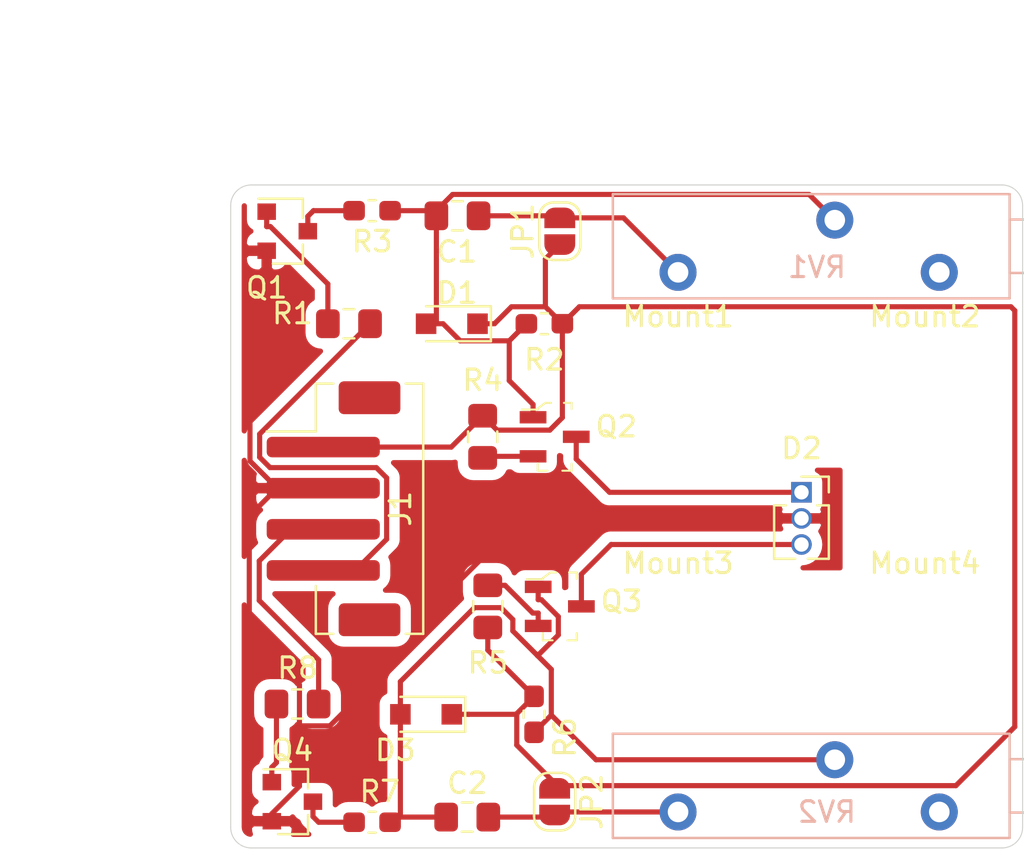
<source format=kicad_pcb>
(kicad_pcb (version 20171130) (host pcbnew "(5.1.0)-1")

  (general
    (thickness 1.6)
    (drawings 16)
    (tracks 125)
    (zones 0)
    (modules 26)
    (nets 19)
  )

  (page A4)
  (layers
    (0 F.Cu signal)
    (31 B.Cu signal hide)
    (32 B.Adhes user hide)
    (33 F.Adhes user hide)
    (34 B.Paste user hide)
    (35 F.Paste user hide)
    (36 B.SilkS user)
    (37 F.SilkS user)
    (38 B.Mask user hide)
    (39 F.Mask user hide)
    (40 Dwgs.User user)
    (41 Cmts.User user)
    (42 Eco1.User user)
    (43 Eco2.User user)
    (44 Edge.Cuts user)
    (45 Margin user)
    (46 B.CrtYd user hide)
    (47 F.CrtYd user)
    (48 B.Fab user hide)
    (49 F.Fab user hide)
  )

  (setup
    (last_trace_width 0.25)
    (user_trace_width 0.5)
    (user_trace_width 1)
    (user_trace_width 1.5)
    (trace_clearance 0.2)
    (zone_clearance 0.508)
    (zone_45_only no)
    (trace_min 0.2)
    (via_size 0.8)
    (via_drill 0.4)
    (via_min_size 0.4)
    (via_min_drill 0.3)
    (uvia_size 0.3)
    (uvia_drill 0.1)
    (uvias_allowed no)
    (uvia_min_size 0.2)
    (uvia_min_drill 0.1)
    (edge_width 0.05)
    (segment_width 0.2)
    (pcb_text_width 0.3)
    (pcb_text_size 1.5 1.5)
    (mod_edge_width 0.12)
    (mod_text_size 1 1)
    (mod_text_width 0.15)
    (pad_size 5 9)
    (pad_drill 2.7)
    (pad_to_mask_clearance 0.051)
    (solder_mask_min_width 0.25)
    (aux_axis_origin 0 0)
    (visible_elements 7FFFEFFF)
    (pcbplotparams
      (layerselection 0x01000_7fffffff)
      (usegerberextensions false)
      (usegerberattributes false)
      (usegerberadvancedattributes false)
      (creategerberjobfile false)
      (excludeedgelayer true)
      (linewidth 0.100000)
      (plotframeref false)
      (viasonmask false)
      (mode 1)
      (useauxorigin false)
      (hpglpennumber 1)
      (hpglpenspeed 20)
      (hpglpendiameter 15.000000)
      (psnegative false)
      (psa4output false)
      (plotreference true)
      (plotvalue true)
      (plotinvisibletext false)
      (padsonsilk false)
      (subtractmaskfromsilk false)
      (outputformat 1)
      (mirror false)
      (drillshape 0)
      (scaleselection 1)
      (outputdirectory "./"))
  )

  (net 0 "")
  (net 1 +12V)
  (net 2 "Net-(D2-Pad1)")
  (net 3 GND)
  (net 4 "Net-(D2-Pad3)")
  (net 5 Laser1)
  (net 6 Laser2)
  (net 7 "Net-(Q1-Pad1)")
  (net 8 "Net-(Q1-Pad3)")
  (net 9 "Net-(Q2-Pad2)")
  (net 10 "Net-(Q3-Pad2)")
  (net 11 "Net-(Q4-Pad3)")
  (net 12 "Net-(Q4-Pad1)")
  (net 13 "Net-(C1-Pad1)")
  (net 14 "Net-(C1-Pad2)")
  (net 15 "Net-(C2-Pad2)")
  (net 16 "Net-(C2-Pad1)")
  (net 17 "Net-(RV1-Pad3)")
  (net 18 "Net-(RV2-Pad3)")

  (net_class Default "This is the default net class."
    (clearance 0.2)
    (trace_width 0.25)
    (via_dia 0.8)
    (via_drill 0.4)
    (uvia_dia 0.3)
    (uvia_drill 0.1)
    (add_net +12V)
    (add_net GND)
    (add_net Laser1)
    (add_net Laser2)
    (add_net "Net-(C1-Pad1)")
    (add_net "Net-(C1-Pad2)")
    (add_net "Net-(C2-Pad1)")
    (add_net "Net-(C2-Pad2)")
    (add_net "Net-(D2-Pad1)")
    (add_net "Net-(D2-Pad3)")
    (add_net "Net-(Q1-Pad1)")
    (add_net "Net-(Q1-Pad3)")
    (add_net "Net-(Q2-Pad2)")
    (add_net "Net-(Q3-Pad2)")
    (add_net "Net-(Q4-Pad1)")
    (add_net "Net-(Q4-Pad3)")
    (add_net "Net-(RV1-Pad3)")
    (add_net "Net-(RV2-Pad3)")
  )

  (module MountingHole:MountingHole_3.2mm_M3_ISO7380 (layer F.Cu) (tedit 56D1B4CB) (tstamp 5E555521)
    (at 224 79)
    (descr "Mounting Hole 3.2mm, no annular, M3, ISO7380")
    (tags "mounting hole 3.2mm no annular m3 iso7380")
    (attr virtual)
    (fp_text reference Mount1 (at 0 -3.85) (layer F.SilkS)
      (effects (font (size 1 1) (thickness 0.15)))
    )
    (fp_text value MountingHole_3.2mm_M3_ISO7380 (at 0 3.85) (layer F.Fab)
      (effects (font (size 1 1) (thickness 0.15)))
    )
    (fp_text user %R (at 0.3 0) (layer F.Fab)
      (effects (font (size 1 1) (thickness 0.15)))
    )
    (fp_circle (center 0 0) (end 2.85 0) (layer Cmts.User) (width 0.15))
    (fp_circle (center 0 0) (end 3.1 0) (layer F.CrtYd) (width 0.05))
    (pad 1 np_thru_hole circle (at 0 0) (size 3.2 3.2) (drill 3.2) (layers *.Cu *.Mask))
  )

  (module MountingHole:MountingHole_3.2mm_M3_ISO7380 (layer F.Cu) (tedit 56D1B4CB) (tstamp 5E555521)
    (at 236 79)
    (descr "Mounting Hole 3.2mm, no annular, M3, ISO7380")
    (tags "mounting hole 3.2mm no annular m3 iso7380")
    (attr virtual)
    (fp_text reference Mount2 (at 0 -3.85) (layer F.SilkS)
      (effects (font (size 1 1) (thickness 0.15)))
    )
    (fp_text value MountingHole_3.2mm_M3_ISO7380 (at 0 3.85) (layer F.Fab)
      (effects (font (size 1 1) (thickness 0.15)))
    )
    (fp_text user %R (at 0.3 0) (layer F.Fab)
      (effects (font (size 1 1) (thickness 0.15)))
    )
    (fp_circle (center 0 0) (end 2.85 0) (layer Cmts.User) (width 0.15))
    (fp_circle (center 0 0) (end 3.1 0) (layer F.CrtYd) (width 0.05))
    (pad 1 np_thru_hole circle (at 0 0) (size 3.2 3.2) (drill 3.2) (layers *.Cu *.Mask))
  )

  (module MountingHole:MountingHole_3.2mm_M3_ISO7380 (layer F.Cu) (tedit 56D1B4CB) (tstamp 5E555521)
    (at 236 91)
    (descr "Mounting Hole 3.2mm, no annular, M3, ISO7380")
    (tags "mounting hole 3.2mm no annular m3 iso7380")
    (attr virtual)
    (fp_text reference Mount4 (at 0 -3.85) (layer F.SilkS)
      (effects (font (size 1 1) (thickness 0.15)))
    )
    (fp_text value MountingHole_3.2mm_M3_ISO7380 (at 0 3.85) (layer F.Fab)
      (effects (font (size 1 1) (thickness 0.15)))
    )
    (fp_text user %R (at 0.3 0) (layer F.Fab)
      (effects (font (size 1 1) (thickness 0.15)))
    )
    (fp_circle (center 0 0) (end 2.85 0) (layer Cmts.User) (width 0.15))
    (fp_circle (center 0 0) (end 3.1 0) (layer F.CrtYd) (width 0.05))
    (pad 1 np_thru_hole circle (at 0 0) (size 3.2 3.2) (drill 3.2) (layers *.Cu *.Mask))
  )

  (module MountingHole:MountingHole_3.2mm_M3_ISO7380 (layer F.Cu) (tedit 56D1B4CB) (tstamp 5E55551F)
    (at 224 91)
    (descr "Mounting Hole 3.2mm, no annular, M3, ISO7380")
    (tags "mounting hole 3.2mm no annular m3 iso7380")
    (attr virtual)
    (fp_text reference Mount3 (at 0 -3.85) (layer F.SilkS)
      (effects (font (size 1 1) (thickness 0.15)))
    )
    (fp_text value MountingHole_3.2mm_M3_ISO7380 (at 0 3.85) (layer F.Fab)
      (effects (font (size 1 1) (thickness 0.15)))
    )
    (fp_circle (center 0 0) (end 3.1 0) (layer F.CrtYd) (width 0.05))
    (fp_circle (center 0 0) (end 2.85 0) (layer Cmts.User) (width 0.15))
    (fp_text user %R (at 0.3 0) (layer F.Fab)
      (effects (font (size 1 1) (thickness 0.15)))
    )
    (pad 1 np_thru_hole circle (at 0 0) (size 3.2 3.2) (drill 3.2) (layers *.Cu *.Mask))
  )

  (module Diode_SMD:D_SOD-323_HandSoldering (layer F.Cu) (tedit 58641869) (tstamp 5E54249F)
    (at 213 75.5 180)
    (descr SOD-323)
    (tags SOD-323)
    (path /5E540F29)
    (attr smd)
    (fp_text reference D1 (at -0.25 1.5) (layer F.SilkS)
      (effects (font (size 1 1) (thickness 0.15)))
    )
    (fp_text value "D_Schottky 7V" (at 0.1 1.9 180) (layer F.Fab)
      (effects (font (size 1 1) (thickness 0.15)))
    )
    (fp_text user %R (at 0 -1.85 180) (layer F.Fab)
      (effects (font (size 1 1) (thickness 0.15)))
    )
    (fp_line (start -1.9 -0.85) (end -1.9 0.85) (layer F.SilkS) (width 0.12))
    (fp_line (start 0.2 0) (end 0.45 0) (layer F.Fab) (width 0.1))
    (fp_line (start 0.2 0.35) (end -0.3 0) (layer F.Fab) (width 0.1))
    (fp_line (start 0.2 -0.35) (end 0.2 0.35) (layer F.Fab) (width 0.1))
    (fp_line (start -0.3 0) (end 0.2 -0.35) (layer F.Fab) (width 0.1))
    (fp_line (start -0.3 0) (end -0.5 0) (layer F.Fab) (width 0.1))
    (fp_line (start -0.3 -0.35) (end -0.3 0.35) (layer F.Fab) (width 0.1))
    (fp_line (start -0.9 0.7) (end -0.9 -0.7) (layer F.Fab) (width 0.1))
    (fp_line (start 0.9 0.7) (end -0.9 0.7) (layer F.Fab) (width 0.1))
    (fp_line (start 0.9 -0.7) (end 0.9 0.7) (layer F.Fab) (width 0.1))
    (fp_line (start -0.9 -0.7) (end 0.9 -0.7) (layer F.Fab) (width 0.1))
    (fp_line (start -2 -0.95) (end 2 -0.95) (layer F.CrtYd) (width 0.05))
    (fp_line (start 2 -0.95) (end 2 0.95) (layer F.CrtYd) (width 0.05))
    (fp_line (start -2 0.95) (end 2 0.95) (layer F.CrtYd) (width 0.05))
    (fp_line (start -2 -0.95) (end -2 0.95) (layer F.CrtYd) (width 0.05))
    (fp_line (start -1.9 0.85) (end 1.25 0.85) (layer F.SilkS) (width 0.12))
    (fp_line (start -1.9 -0.85) (end 1.25 -0.85) (layer F.SilkS) (width 0.12))
    (pad 1 smd rect (at -1.25 0 180) (size 1 1) (layers F.Cu F.Paste F.Mask)
      (net 1 +12V))
    (pad 2 smd rect (at 1.25 0 180) (size 1 1) (layers F.Cu F.Paste F.Mask)
      (net 13 "Net-(C1-Pad1)"))
    (model ${KISYS3DMOD}/Diode_SMD.3dshapes/D_SOD-323.wrl
      (at (xyz 0 0 0))
      (scale (xyz 1 1 1))
      (rotate (xyz 0 0 0))
    )
  )

  (module Connector_PinSocket_1.27mm:PinSocket_1x03_P1.27mm_Vertical (layer F.Cu) (tedit 5A19A41D) (tstamp 5E5424B8)
    (at 230 83.7)
    (descr "Through hole straight socket strip, 1x03, 1.27mm pitch, single row (from Kicad 4.0.7), script generated")
    (tags "Through hole socket strip THT 1x03 1.27mm single row")
    (path /5E55C00C)
    (fp_text reference D2 (at 0 -2.135) (layer F.SilkS)
      (effects (font (size 1 1) (thickness 0.15)))
    )
    (fp_text value LED_Dual_ACA (at 0 4.675) (layer F.Fab)
      (effects (font (size 1 1) (thickness 0.15)))
    )
    (fp_line (start -1.27 -0.635) (end 0.635 -0.635) (layer F.Fab) (width 0.1))
    (fp_line (start 0.635 -0.635) (end 1.27 0) (layer F.Fab) (width 0.1))
    (fp_line (start 1.27 0) (end 1.27 3.175) (layer F.Fab) (width 0.1))
    (fp_line (start 1.27 3.175) (end -1.27 3.175) (layer F.Fab) (width 0.1))
    (fp_line (start -1.27 3.175) (end -1.27 -0.635) (layer F.Fab) (width 0.1))
    (fp_line (start -1.33 0.635) (end -0.76 0.635) (layer F.SilkS) (width 0.12))
    (fp_line (start 0.76 0.635) (end 1.33 0.635) (layer F.SilkS) (width 0.12))
    (fp_line (start -1.33 0.635) (end -1.33 3.235) (layer F.SilkS) (width 0.12))
    (fp_line (start -1.33 3.235) (end -0.30753 3.235) (layer F.SilkS) (width 0.12))
    (fp_line (start 0.30753 3.235) (end 1.33 3.235) (layer F.SilkS) (width 0.12))
    (fp_line (start 1.33 0.635) (end 1.33 3.235) (layer F.SilkS) (width 0.12))
    (fp_line (start 1.33 -0.76) (end 1.33 0) (layer F.SilkS) (width 0.12))
    (fp_line (start 0 -0.76) (end 1.33 -0.76) (layer F.SilkS) (width 0.12))
    (fp_line (start -1.8 -1.15) (end 1.75 -1.15) (layer F.CrtYd) (width 0.05))
    (fp_line (start 1.75 -1.15) (end 1.75 3.7) (layer F.CrtYd) (width 0.05))
    (fp_line (start 1.75 3.7) (end -1.8 3.7) (layer F.CrtYd) (width 0.05))
    (fp_line (start -1.8 3.7) (end -1.8 -1.15) (layer F.CrtYd) (width 0.05))
    (fp_text user %R (at 0 1.27 90) (layer F.Fab)
      (effects (font (size 1 1) (thickness 0.15)))
    )
    (pad 1 thru_hole rect (at 0 0) (size 1 1) (drill 0.7) (layers *.Cu *.Mask)
      (net 2 "Net-(D2-Pad1)"))
    (pad 2 thru_hole oval (at 0 1.27) (size 1 1) (drill 0.7) (layers *.Cu *.Mask)
      (net 3 GND))
    (pad 3 thru_hole oval (at 0 2.54) (size 1 1) (drill 0.7) (layers *.Cu *.Mask)
      (net 4 "Net-(D2-Pad3)"))
    (model ${KISYS3DMOD}/Connector_PinSocket_1.27mm.3dshapes/PinSocket_1x03_P1.27mm_Vertical.wrl
      (at (xyz 0 0 0))
      (scale (xyz 1 1 1))
      (rotate (xyz 0 0 0))
    )
  )

  (module Diode_SMD:D_SOD-323_HandSoldering (layer F.Cu) (tedit 58641869) (tstamp 5E5424D0)
    (at 211.75 94.5 180)
    (descr SOD-323)
    (tags SOD-323)
    (path /5E55CFF5)
    (attr smd)
    (fp_text reference D3 (at 1.5 -1.75) (layer F.SilkS)
      (effects (font (size 1 1) (thickness 0.15)))
    )
    (fp_text value "D_Schottky 7V" (at 0.1 1.9 180) (layer F.Fab)
      (effects (font (size 1 1) (thickness 0.15)))
    )
    (fp_line (start -1.9 -0.85) (end 1.25 -0.85) (layer F.SilkS) (width 0.12))
    (fp_line (start -1.9 0.85) (end 1.25 0.85) (layer F.SilkS) (width 0.12))
    (fp_line (start -2 -0.95) (end -2 0.95) (layer F.CrtYd) (width 0.05))
    (fp_line (start -2 0.95) (end 2 0.95) (layer F.CrtYd) (width 0.05))
    (fp_line (start 2 -0.95) (end 2 0.95) (layer F.CrtYd) (width 0.05))
    (fp_line (start -2 -0.95) (end 2 -0.95) (layer F.CrtYd) (width 0.05))
    (fp_line (start -0.9 -0.7) (end 0.9 -0.7) (layer F.Fab) (width 0.1))
    (fp_line (start 0.9 -0.7) (end 0.9 0.7) (layer F.Fab) (width 0.1))
    (fp_line (start 0.9 0.7) (end -0.9 0.7) (layer F.Fab) (width 0.1))
    (fp_line (start -0.9 0.7) (end -0.9 -0.7) (layer F.Fab) (width 0.1))
    (fp_line (start -0.3 -0.35) (end -0.3 0.35) (layer F.Fab) (width 0.1))
    (fp_line (start -0.3 0) (end -0.5 0) (layer F.Fab) (width 0.1))
    (fp_line (start -0.3 0) (end 0.2 -0.35) (layer F.Fab) (width 0.1))
    (fp_line (start 0.2 -0.35) (end 0.2 0.35) (layer F.Fab) (width 0.1))
    (fp_line (start 0.2 0.35) (end -0.3 0) (layer F.Fab) (width 0.1))
    (fp_line (start 0.2 0) (end 0.45 0) (layer F.Fab) (width 0.1))
    (fp_line (start -1.9 -0.85) (end -1.9 0.85) (layer F.SilkS) (width 0.12))
    (fp_text user %R (at 0 -1.85 180) (layer F.Fab)
      (effects (font (size 1 1) (thickness 0.15)))
    )
    (pad 2 smd rect (at 1.25 0 180) (size 1 1) (layers F.Cu F.Paste F.Mask)
      (net 16 "Net-(C2-Pad1)"))
    (pad 1 smd rect (at -1.25 0 180) (size 1 1) (layers F.Cu F.Paste F.Mask)
      (net 1 +12V))
    (model ${KISYS3DMOD}/Diode_SMD.3dshapes/D_SOD-323.wrl
      (at (xyz 0 0 0))
      (scale (xyz 1 1 1))
      (rotate (xyz 0 0 0))
    )
  )

  (module Connector_JST:JST_PH_B4B-PH-SM4-TB_1x04-1MP_P2.00mm_Vertical (layer F.Cu) (tedit 5B78AD87) (tstamp 5E5424FD)
    (at 207.25 84.5 270)
    (descr "JST PH series connector, B4B-PH-SM4-TB (http://www.jst-mfg.com/product/pdf/eng/ePH.pdf), generated with kicad-footprint-generator")
    (tags "connector JST PH side entry")
    (path /5E454797)
    (attr smd)
    (fp_text reference J1 (at 0 -3.25 270) (layer F.SilkS)
      (effects (font (size 1 1) (thickness 0.15)))
    )
    (fp_text value Conn_01x04 (at 0 4.45 270) (layer F.Fab)
      (effects (font (size 1 1) (thickness 0.15)))
    )
    (fp_line (start -5.975 0.75) (end 5.975 0.75) (layer F.Fab) (width 0.1))
    (fp_line (start -6.085 0.01) (end -6.085 0.86) (layer F.SilkS) (width 0.12))
    (fp_line (start -6.085 0.86) (end -3.76 0.86) (layer F.SilkS) (width 0.12))
    (fp_line (start -3.76 0.86) (end -3.76 3.25) (layer F.SilkS) (width 0.12))
    (fp_line (start 6.085 0.01) (end 6.085 0.86) (layer F.SilkS) (width 0.12))
    (fp_line (start 6.085 0.86) (end 3.76 0.86) (layer F.SilkS) (width 0.12))
    (fp_line (start -6.085 -3.51) (end -6.085 -4.36) (layer F.SilkS) (width 0.12))
    (fp_line (start -6.085 -4.36) (end 6.085 -4.36) (layer F.SilkS) (width 0.12))
    (fp_line (start 6.085 -4.36) (end 6.085 -3.51) (layer F.SilkS) (width 0.12))
    (fp_line (start -5.975 -4.25) (end 5.975 -4.25) (layer F.Fab) (width 0.1))
    (fp_line (start -5.975 0.75) (end -5.975 -4.25) (layer F.Fab) (width 0.1))
    (fp_line (start 5.975 0.75) (end 5.975 -4.25) (layer F.Fab) (width 0.1))
    (fp_line (start -3.25 -2.75) (end -3.25 -2.25) (layer F.Fab) (width 0.1))
    (fp_line (start -3.25 -2.25) (end -2.75 -2.25) (layer F.Fab) (width 0.1))
    (fp_line (start -2.75 -2.25) (end -2.75 -2.75) (layer F.Fab) (width 0.1))
    (fp_line (start -2.75 -2.75) (end -3.25 -2.75) (layer F.Fab) (width 0.1))
    (fp_line (start -1.25 -2.75) (end -1.25 -2.25) (layer F.Fab) (width 0.1))
    (fp_line (start -1.25 -2.25) (end -0.75 -2.25) (layer F.Fab) (width 0.1))
    (fp_line (start -0.75 -2.25) (end -0.75 -2.75) (layer F.Fab) (width 0.1))
    (fp_line (start -0.75 -2.75) (end -1.25 -2.75) (layer F.Fab) (width 0.1))
    (fp_line (start 0.75 -2.75) (end 0.75 -2.25) (layer F.Fab) (width 0.1))
    (fp_line (start 0.75 -2.25) (end 1.25 -2.25) (layer F.Fab) (width 0.1))
    (fp_line (start 1.25 -2.25) (end 1.25 -2.75) (layer F.Fab) (width 0.1))
    (fp_line (start 1.25 -2.75) (end 0.75 -2.75) (layer F.Fab) (width 0.1))
    (fp_line (start 2.75 -2.75) (end 2.75 -2.25) (layer F.Fab) (width 0.1))
    (fp_line (start 2.75 -2.25) (end 3.25 -2.25) (layer F.Fab) (width 0.1))
    (fp_line (start 3.25 -2.25) (end 3.25 -2.75) (layer F.Fab) (width 0.1))
    (fp_line (start 3.25 -2.75) (end 2.75 -2.75) (layer F.Fab) (width 0.1))
    (fp_line (start -6.7 -4.75) (end -6.7 3.75) (layer F.CrtYd) (width 0.05))
    (fp_line (start -6.7 3.75) (end 6.7 3.75) (layer F.CrtYd) (width 0.05))
    (fp_line (start 6.7 3.75) (end 6.7 -4.75) (layer F.CrtYd) (width 0.05))
    (fp_line (start 6.7 -4.75) (end -6.7 -4.75) (layer F.CrtYd) (width 0.05))
    (fp_line (start -3.5 0.75) (end -3 0.042893) (layer F.Fab) (width 0.1))
    (fp_line (start -3 0.042893) (end -2.5 0.75) (layer F.Fab) (width 0.1))
    (fp_text user %R (at 0 -1 270) (layer F.Fab)
      (effects (font (size 1 1) (thickness 0.15)))
    )
    (pad 1 smd roundrect (at -3 0.5 270) (size 1 5.5) (layers F.Cu F.Paste F.Mask) (roundrect_rratio 0.25)
      (net 1 +12V))
    (pad 2 smd roundrect (at -1 0.5 270) (size 1 5.5) (layers F.Cu F.Paste F.Mask) (roundrect_rratio 0.25)
      (net 3 GND))
    (pad 3 smd roundrect (at 1 0.5 270) (size 1 5.5) (layers F.Cu F.Paste F.Mask) (roundrect_rratio 0.25)
      (net 5 Laser1))
    (pad 4 smd roundrect (at 3 0.5 270) (size 1 5.5) (layers F.Cu F.Paste F.Mask) (roundrect_rratio 0.25)
      (net 6 Laser2))
    (pad MP smd roundrect (at -5.4 -1.75 270) (size 1.6 3) (layers F.Cu F.Paste F.Mask) (roundrect_rratio 0.15625))
    (pad MP smd roundrect (at 5.4 -1.75 270) (size 1.6 3) (layers F.Cu F.Paste F.Mask) (roundrect_rratio 0.15625))
    (model ${KISYS3DMOD}/Connector_JST.3dshapes/JST_PH_B4B-PH-SM4-TB_1x04-1MP_P2.00mm_Vertical.wrl
      (at (xyz 0 0 0))
      (scale (xyz 1 1 1))
      (rotate (xyz 0 0 0))
    )
  )

  (module Package_TO_SOT_SMD:SOT-23 (layer F.Cu) (tedit 5A02FF57) (tstamp 5E5A4C78)
    (at 205 71)
    (descr "SOT-23, Standard")
    (tags SOT-23)
    (path /5E5613DE)
    (attr smd)
    (fp_text reference Q1 (at -1 2.75 180) (layer F.SilkS)
      (effects (font (size 1 1) (thickness 0.15)))
    )
    (fp_text value BS170F (at 0 2.5) (layer F.Fab)
      (effects (font (size 1 1) (thickness 0.15)))
    )
    (fp_text user %R (at 0 0 90) (layer F.Fab)
      (effects (font (size 0.5 0.5) (thickness 0.075)))
    )
    (fp_line (start -0.7 -0.95) (end -0.7 1.5) (layer F.Fab) (width 0.1))
    (fp_line (start -0.15 -1.52) (end 0.7 -1.52) (layer F.Fab) (width 0.1))
    (fp_line (start -0.7 -0.95) (end -0.15 -1.52) (layer F.Fab) (width 0.1))
    (fp_line (start 0.7 -1.52) (end 0.7 1.52) (layer F.Fab) (width 0.1))
    (fp_line (start -0.7 1.52) (end 0.7 1.52) (layer F.Fab) (width 0.1))
    (fp_line (start 0.76 1.58) (end 0.76 0.65) (layer F.SilkS) (width 0.12))
    (fp_line (start 0.76 -1.58) (end 0.76 -0.65) (layer F.SilkS) (width 0.12))
    (fp_line (start -1.7 -1.75) (end 1.7 -1.75) (layer F.CrtYd) (width 0.05))
    (fp_line (start 1.7 -1.75) (end 1.7 1.75) (layer F.CrtYd) (width 0.05))
    (fp_line (start 1.7 1.75) (end -1.7 1.75) (layer F.CrtYd) (width 0.05))
    (fp_line (start -1.7 1.75) (end -1.7 -1.75) (layer F.CrtYd) (width 0.05))
    (fp_line (start 0.76 -1.58) (end -1.4 -1.58) (layer F.SilkS) (width 0.12))
    (fp_line (start 0.76 1.58) (end -0.7 1.58) (layer F.SilkS) (width 0.12))
    (pad 1 smd rect (at -1 -0.95) (size 0.9 0.8) (layers F.Cu F.Paste F.Mask)
      (net 7 "Net-(Q1-Pad1)"))
    (pad 2 smd rect (at -1 0.95) (size 0.9 0.8) (layers F.Cu F.Paste F.Mask)
      (net 3 GND))
    (pad 3 smd rect (at 1 0) (size 0.9 0.8) (layers F.Cu F.Paste F.Mask)
      (net 8 "Net-(Q1-Pad3)"))
    (model ${KISYS3DMOD}/Package_TO_SOT_SMD.3dshapes/SOT-23.wrl
      (at (xyz 0 0 0))
      (scale (xyz 1 1 1))
      (rotate (xyz 0 0 0))
    )
  )

  (module Package_TO_SOT_SMD:SOT-23 (layer F.Cu) (tedit 5A02FF57) (tstamp 5E542BE2)
    (at 205.25 98.75)
    (descr "SOT-23, Standard")
    (tags SOT-23)
    (path /5E563A34)
    (attr smd)
    (fp_text reference Q4 (at 0 -2.5) (layer F.SilkS)
      (effects (font (size 1 1) (thickness 0.15)))
    )
    (fp_text value BS170F (at 0 2.5) (layer F.Fab)
      (effects (font (size 1 1) (thickness 0.15)))
    )
    (fp_line (start 0.76 1.58) (end -0.7 1.58) (layer F.SilkS) (width 0.12))
    (fp_line (start 0.76 -1.58) (end -1.4 -1.58) (layer F.SilkS) (width 0.12))
    (fp_line (start -1.7 1.75) (end -1.7 -1.75) (layer F.CrtYd) (width 0.05))
    (fp_line (start 1.7 1.75) (end -1.7 1.75) (layer F.CrtYd) (width 0.05))
    (fp_line (start 1.7 -1.75) (end 1.7 1.75) (layer F.CrtYd) (width 0.05))
    (fp_line (start -1.7 -1.75) (end 1.7 -1.75) (layer F.CrtYd) (width 0.05))
    (fp_line (start 0.76 -1.58) (end 0.76 -0.65) (layer F.SilkS) (width 0.12))
    (fp_line (start 0.76 1.58) (end 0.76 0.65) (layer F.SilkS) (width 0.12))
    (fp_line (start -0.7 1.52) (end 0.7 1.52) (layer F.Fab) (width 0.1))
    (fp_line (start 0.7 -1.52) (end 0.7 1.52) (layer F.Fab) (width 0.1))
    (fp_line (start -0.7 -0.95) (end -0.15 -1.52) (layer F.Fab) (width 0.1))
    (fp_line (start -0.15 -1.52) (end 0.7 -1.52) (layer F.Fab) (width 0.1))
    (fp_line (start -0.7 -0.95) (end -0.7 1.5) (layer F.Fab) (width 0.1))
    (fp_text user %R (at 0 0 90) (layer F.Fab)
      (effects (font (size 0.5 0.5) (thickness 0.075)))
    )
    (pad 3 smd rect (at 1 0) (size 0.9 0.8) (layers F.Cu F.Paste F.Mask)
      (net 11 "Net-(Q4-Pad3)"))
    (pad 2 smd rect (at -1 0.95) (size 0.9 0.8) (layers F.Cu F.Paste F.Mask)
      (net 3 GND))
    (pad 1 smd rect (at -1 -0.95) (size 0.9 0.8) (layers F.Cu F.Paste F.Mask)
      (net 12 "Net-(Q4-Pad1)"))
    (model ${KISYS3DMOD}/Package_TO_SOT_SMD.3dshapes/SOT-23.wrl
      (at (xyz 0 0 0))
      (scale (xyz 1 1 1))
      (rotate (xyz 0 0 0))
    )
  )

  (module Resistor_SMD:R_0805_2012Metric_Pad1.15x1.40mm_HandSolder (layer F.Cu) (tedit 5B36C52B) (tstamp 5E542570)
    (at 208 75.5)
    (descr "Resistor SMD 0805 (2012 Metric), square (rectangular) end terminal, IPC_7351 nominal with elongated pad for handsoldering. (Body size source: https://docs.google.com/spreadsheets/d/1BsfQQcO9C6DZCsRaXUlFlo91Tg2WpOkGARC1WS5S8t0/edit?usp=sharing), generated with kicad-footprint-generator")
    (tags "resistor handsolder")
    (path /5E54EB98)
    (attr smd)
    (fp_text reference R1 (at -2.75 -0.5) (layer F.SilkS)
      (effects (font (size 1 1) (thickness 0.15)))
    )
    (fp_text value 10K (at 0 1.65) (layer F.Fab)
      (effects (font (size 1 1) (thickness 0.15)))
    )
    (fp_line (start -1 0.6) (end -1 -0.6) (layer F.Fab) (width 0.1))
    (fp_line (start -1 -0.6) (end 1 -0.6) (layer F.Fab) (width 0.1))
    (fp_line (start 1 -0.6) (end 1 0.6) (layer F.Fab) (width 0.1))
    (fp_line (start 1 0.6) (end -1 0.6) (layer F.Fab) (width 0.1))
    (fp_line (start -0.261252 -0.71) (end 0.261252 -0.71) (layer F.SilkS) (width 0.12))
    (fp_line (start -0.261252 0.71) (end 0.261252 0.71) (layer F.SilkS) (width 0.12))
    (fp_line (start -1.85 0.95) (end -1.85 -0.95) (layer F.CrtYd) (width 0.05))
    (fp_line (start -1.85 -0.95) (end 1.85 -0.95) (layer F.CrtYd) (width 0.05))
    (fp_line (start 1.85 -0.95) (end 1.85 0.95) (layer F.CrtYd) (width 0.05))
    (fp_line (start 1.85 0.95) (end -1.85 0.95) (layer F.CrtYd) (width 0.05))
    (fp_text user %R (at 0 0) (layer F.Fab)
      (effects (font (size 0.5 0.5) (thickness 0.08)))
    )
    (pad 1 smd roundrect (at -1.025 0) (size 1.15 1.4) (layers F.Cu F.Paste F.Mask) (roundrect_rratio 0.217391)
      (net 7 "Net-(Q1-Pad1)"))
    (pad 2 smd roundrect (at 1.025 0) (size 1.15 1.4) (layers F.Cu F.Paste F.Mask) (roundrect_rratio 0.217391)
      (net 6 Laser2))
    (model ${KISYS3DMOD}/Resistor_SMD.3dshapes/R_0805_2012Metric.wrl
      (at (xyz 0 0 0))
      (scale (xyz 1 1 1))
      (rotate (xyz 0 0 0))
    )
  )

  (module Resistor_SMD:R_0603_1608Metric_Pad1.05x0.95mm_HandSolder (layer F.Cu) (tedit 5B301BBD) (tstamp 5E542581)
    (at 217.5 75.5 180)
    (descr "Resistor SMD 0603 (1608 Metric), square (rectangular) end terminal, IPC_7351 nominal with elongated pad for handsoldering. (Body size source: http://www.tortai-tech.com/upload/download/2011102023233369053.pdf), generated with kicad-footprint-generator")
    (tags "resistor handsolder")
    (path /5E54B074)
    (attr smd)
    (fp_text reference R2 (at 0 -1.75 180) (layer F.SilkS)
      (effects (font (size 1 1) (thickness 0.15)))
    )
    (fp_text value 100K (at 0 1.43 180) (layer F.Fab)
      (effects (font (size 1 1) (thickness 0.15)))
    )
    (fp_text user %R (at 0 0 180) (layer F.Fab)
      (effects (font (size 0.4 0.4) (thickness 0.06)))
    )
    (fp_line (start 1.65 0.73) (end -1.65 0.73) (layer F.CrtYd) (width 0.05))
    (fp_line (start 1.65 -0.73) (end 1.65 0.73) (layer F.CrtYd) (width 0.05))
    (fp_line (start -1.65 -0.73) (end 1.65 -0.73) (layer F.CrtYd) (width 0.05))
    (fp_line (start -1.65 0.73) (end -1.65 -0.73) (layer F.CrtYd) (width 0.05))
    (fp_line (start -0.171267 0.51) (end 0.171267 0.51) (layer F.SilkS) (width 0.12))
    (fp_line (start -0.171267 -0.51) (end 0.171267 -0.51) (layer F.SilkS) (width 0.12))
    (fp_line (start 0.8 0.4) (end -0.8 0.4) (layer F.Fab) (width 0.1))
    (fp_line (start 0.8 -0.4) (end 0.8 0.4) (layer F.Fab) (width 0.1))
    (fp_line (start -0.8 -0.4) (end 0.8 -0.4) (layer F.Fab) (width 0.1))
    (fp_line (start -0.8 0.4) (end -0.8 -0.4) (layer F.Fab) (width 0.1))
    (pad 2 smd roundrect (at 0.875 0 180) (size 1.05 0.95) (layers F.Cu F.Paste F.Mask) (roundrect_rratio 0.25)
      (net 13 "Net-(C1-Pad1)"))
    (pad 1 smd roundrect (at -0.875 0 180) (size 1.05 0.95) (layers F.Cu F.Paste F.Mask) (roundrect_rratio 0.25)
      (net 1 +12V))
    (model ${KISYS3DMOD}/Resistor_SMD.3dshapes/R_0603_1608Metric.wrl
      (at (xyz 0 0 0))
      (scale (xyz 1 1 1))
      (rotate (xyz 0 0 0))
    )
  )

  (module Resistor_SMD:R_0603_1608Metric_Pad1.05x0.95mm_HandSolder (layer F.Cu) (tedit 5B301BBD) (tstamp 5E5431D3)
    (at 209.125 70 180)
    (descr "Resistor SMD 0603 (1608 Metric), square (rectangular) end terminal, IPC_7351 nominal with elongated pad for handsoldering. (Body size source: http://www.tortai-tech.com/upload/download/2011102023233369053.pdf), generated with kicad-footprint-generator")
    (tags "resistor handsolder")
    (path /5E54A307)
    (attr smd)
    (fp_text reference R3 (at 0 -1.5 180) (layer F.SilkS)
      (effects (font (size 1 1) (thickness 0.15)))
    )
    (fp_text value 4K7 (at 0 1.43 180) (layer F.Fab)
      (effects (font (size 1 1) (thickness 0.15)))
    )
    (fp_line (start -0.8 0.4) (end -0.8 -0.4) (layer F.Fab) (width 0.1))
    (fp_line (start -0.8 -0.4) (end 0.8 -0.4) (layer F.Fab) (width 0.1))
    (fp_line (start 0.8 -0.4) (end 0.8 0.4) (layer F.Fab) (width 0.1))
    (fp_line (start 0.8 0.4) (end -0.8 0.4) (layer F.Fab) (width 0.1))
    (fp_line (start -0.171267 -0.51) (end 0.171267 -0.51) (layer F.SilkS) (width 0.12))
    (fp_line (start -0.171267 0.51) (end 0.171267 0.51) (layer F.SilkS) (width 0.12))
    (fp_line (start -1.65 0.73) (end -1.65 -0.73) (layer F.CrtYd) (width 0.05))
    (fp_line (start -1.65 -0.73) (end 1.65 -0.73) (layer F.CrtYd) (width 0.05))
    (fp_line (start 1.65 -0.73) (end 1.65 0.73) (layer F.CrtYd) (width 0.05))
    (fp_line (start 1.65 0.73) (end -1.65 0.73) (layer F.CrtYd) (width 0.05))
    (fp_text user %R (at 0 0 180) (layer F.Fab)
      (effects (font (size 0.4 0.4) (thickness 0.06)))
    )
    (pad 1 smd roundrect (at -0.875 0 180) (size 1.05 0.95) (layers F.Cu F.Paste F.Mask) (roundrect_rratio 0.25)
      (net 13 "Net-(C1-Pad1)"))
    (pad 2 smd roundrect (at 0.875 0 180) (size 1.05 0.95) (layers F.Cu F.Paste F.Mask) (roundrect_rratio 0.25)
      (net 8 "Net-(Q1-Pad3)"))
    (model ${KISYS3DMOD}/Resistor_SMD.3dshapes/R_0603_1608Metric.wrl
      (at (xyz 0 0 0))
      (scale (xyz 1 1 1))
      (rotate (xyz 0 0 0))
    )
  )

  (module Resistor_SMD:R_0805_2012Metric_Pad1.15x1.40mm_HandSolder (layer F.Cu) (tedit 5B36C52B) (tstamp 5E5425A3)
    (at 214.5 81 270)
    (descr "Resistor SMD 0805 (2012 Metric), square (rectangular) end terminal, IPC_7351 nominal with elongated pad for handsoldering. (Body size source: https://docs.google.com/spreadsheets/d/1BsfQQcO9C6DZCsRaXUlFlo91Tg2WpOkGARC1WS5S8t0/edit?usp=sharing), generated with kicad-footprint-generator")
    (tags "resistor handsolder")
    (path /5E54F1FD)
    (attr smd)
    (fp_text reference R4 (at -2.75 0 180) (layer F.SilkS)
      (effects (font (size 1 1) (thickness 0.15)))
    )
    (fp_text value 68R (at 0 1.65 270) (layer F.Fab)
      (effects (font (size 1 1) (thickness 0.15)))
    )
    (fp_text user %R (at 0 0 270) (layer F.Fab)
      (effects (font (size 0.5 0.5) (thickness 0.08)))
    )
    (fp_line (start 1.85 0.95) (end -1.85 0.95) (layer F.CrtYd) (width 0.05))
    (fp_line (start 1.85 -0.95) (end 1.85 0.95) (layer F.CrtYd) (width 0.05))
    (fp_line (start -1.85 -0.95) (end 1.85 -0.95) (layer F.CrtYd) (width 0.05))
    (fp_line (start -1.85 0.95) (end -1.85 -0.95) (layer F.CrtYd) (width 0.05))
    (fp_line (start -0.261252 0.71) (end 0.261252 0.71) (layer F.SilkS) (width 0.12))
    (fp_line (start -0.261252 -0.71) (end 0.261252 -0.71) (layer F.SilkS) (width 0.12))
    (fp_line (start 1 0.6) (end -1 0.6) (layer F.Fab) (width 0.1))
    (fp_line (start 1 -0.6) (end 1 0.6) (layer F.Fab) (width 0.1))
    (fp_line (start -1 -0.6) (end 1 -0.6) (layer F.Fab) (width 0.1))
    (fp_line (start -1 0.6) (end -1 -0.6) (layer F.Fab) (width 0.1))
    (pad 2 smd roundrect (at 1.025 0 270) (size 1.15 1.4) (layers F.Cu F.Paste F.Mask) (roundrect_rratio 0.217391)
      (net 9 "Net-(Q2-Pad2)"))
    (pad 1 smd roundrect (at -1.025 0 270) (size 1.15 1.4) (layers F.Cu F.Paste F.Mask) (roundrect_rratio 0.217391)
      (net 1 +12V))
    (model ${KISYS3DMOD}/Resistor_SMD.3dshapes/R_0805_2012Metric.wrl
      (at (xyz 0 0 0))
      (scale (xyz 1 1 1))
      (rotate (xyz 0 0 0))
    )
  )

  (module Resistor_SMD:R_0805_2012Metric_Pad1.15x1.40mm_HandSolder (layer F.Cu) (tedit 5B36C52B) (tstamp 5E5425B4)
    (at 214.75 89.25 270)
    (descr "Resistor SMD 0805 (2012 Metric), square (rectangular) end terminal, IPC_7351 nominal with elongated pad for handsoldering. (Body size source: https://docs.google.com/spreadsheets/d/1BsfQQcO9C6DZCsRaXUlFlo91Tg2WpOkGARC1WS5S8t0/edit?usp=sharing), generated with kicad-footprint-generator")
    (tags "resistor handsolder")
    (path /5E55552F)
    (attr smd)
    (fp_text reference R5 (at 2.75 0) (layer F.SilkS)
      (effects (font (size 1 1) (thickness 0.15)))
    )
    (fp_text value 33R (at 0 1.65 270) (layer F.Fab)
      (effects (font (size 1 1) (thickness 0.15)))
    )
    (fp_line (start -1 0.6) (end -1 -0.6) (layer F.Fab) (width 0.1))
    (fp_line (start -1 -0.6) (end 1 -0.6) (layer F.Fab) (width 0.1))
    (fp_line (start 1 -0.6) (end 1 0.6) (layer F.Fab) (width 0.1))
    (fp_line (start 1 0.6) (end -1 0.6) (layer F.Fab) (width 0.1))
    (fp_line (start -0.261252 -0.71) (end 0.261252 -0.71) (layer F.SilkS) (width 0.12))
    (fp_line (start -0.261252 0.71) (end 0.261252 0.71) (layer F.SilkS) (width 0.12))
    (fp_line (start -1.85 0.95) (end -1.85 -0.95) (layer F.CrtYd) (width 0.05))
    (fp_line (start -1.85 -0.95) (end 1.85 -0.95) (layer F.CrtYd) (width 0.05))
    (fp_line (start 1.85 -0.95) (end 1.85 0.95) (layer F.CrtYd) (width 0.05))
    (fp_line (start 1.85 0.95) (end -1.85 0.95) (layer F.CrtYd) (width 0.05))
    (fp_text user %R (at 0 0 270) (layer F.Fab)
      (effects (font (size 0.5 0.5) (thickness 0.08)))
    )
    (pad 1 smd roundrect (at -1.025 0 270) (size 1.15 1.4) (layers F.Cu F.Paste F.Mask) (roundrect_rratio 0.217391)
      (net 10 "Net-(Q3-Pad2)"))
    (pad 2 smd roundrect (at 1.025 0 270) (size 1.15 1.4) (layers F.Cu F.Paste F.Mask) (roundrect_rratio 0.217391)
      (net 1 +12V))
    (model ${KISYS3DMOD}/Resistor_SMD.3dshapes/R_0805_2012Metric.wrl
      (at (xyz 0 0 0))
      (scale (xyz 1 1 1))
      (rotate (xyz 0 0 0))
    )
  )

  (module Resistor_SMD:R_0603_1608Metric_Pad1.05x0.95mm_HandSolder (layer F.Cu) (tedit 5B301BBD) (tstamp 5E5A43FF)
    (at 217 94.5 270)
    (descr "Resistor SMD 0603 (1608 Metric), square (rectangular) end terminal, IPC_7351 nominal with elongated pad for handsoldering. (Body size source: http://www.tortai-tech.com/upload/download/2011102023233369053.pdf), generated with kicad-footprint-generator")
    (tags "resistor handsolder")
    (path /5E55D5BE)
    (attr smd)
    (fp_text reference R6 (at 1.125 -1.5 270) (layer F.SilkS)
      (effects (font (size 1 1) (thickness 0.15)))
    )
    (fp_text value 100K (at 0 1.43 270) (layer F.Fab)
      (effects (font (size 1 1) (thickness 0.15)))
    )
    (fp_line (start -0.8 0.4) (end -0.8 -0.4) (layer F.Fab) (width 0.1))
    (fp_line (start -0.8 -0.4) (end 0.8 -0.4) (layer F.Fab) (width 0.1))
    (fp_line (start 0.8 -0.4) (end 0.8 0.4) (layer F.Fab) (width 0.1))
    (fp_line (start 0.8 0.4) (end -0.8 0.4) (layer F.Fab) (width 0.1))
    (fp_line (start -0.171267 -0.51) (end 0.171267 -0.51) (layer F.SilkS) (width 0.12))
    (fp_line (start -0.171267 0.51) (end 0.171267 0.51) (layer F.SilkS) (width 0.12))
    (fp_line (start -1.65 0.73) (end -1.65 -0.73) (layer F.CrtYd) (width 0.05))
    (fp_line (start -1.65 -0.73) (end 1.65 -0.73) (layer F.CrtYd) (width 0.05))
    (fp_line (start 1.65 -0.73) (end 1.65 0.73) (layer F.CrtYd) (width 0.05))
    (fp_line (start 1.65 0.73) (end -1.65 0.73) (layer F.CrtYd) (width 0.05))
    (fp_text user %R (at 0 0 270) (layer F.Fab)
      (effects (font (size 0.4 0.4) (thickness 0.06)))
    )
    (pad 1 smd roundrect (at -0.875 0 270) (size 1.05 0.95) (layers F.Cu F.Paste F.Mask) (roundrect_rratio 0.25)
      (net 1 +12V))
    (pad 2 smd roundrect (at 0.875 0 270) (size 1.05 0.95) (layers F.Cu F.Paste F.Mask) (roundrect_rratio 0.25)
      (net 16 "Net-(C2-Pad1)"))
    (model ${KISYS3DMOD}/Resistor_SMD.3dshapes/R_0603_1608Metric.wrl
      (at (xyz 0 0 0))
      (scale (xyz 1 1 1))
      (rotate (xyz 0 0 0))
    )
  )

  (module Resistor_SMD:R_0603_1608Metric_Pad1.05x0.95mm_HandSolder (layer F.Cu) (tedit 5B301BBD) (tstamp 5E5425D6)
    (at 209.125 99.75 180)
    (descr "Resistor SMD 0603 (1608 Metric), square (rectangular) end terminal, IPC_7351 nominal with elongated pad for handsoldering. (Body size source: http://www.tortai-tech.com/upload/download/2011102023233369053.pdf), generated with kicad-footprint-generator")
    (tags "resistor handsolder")
    (path /5E560C71)
    (attr smd)
    (fp_text reference R7 (at -0.375 1.5 180) (layer F.SilkS)
      (effects (font (size 1 1) (thickness 0.15)))
    )
    (fp_text value 4K7 (at 0 1.43 180) (layer F.Fab)
      (effects (font (size 1 1) (thickness 0.15)))
    )
    (fp_text user %R (at 0 0 180) (layer F.Fab)
      (effects (font (size 0.4 0.4) (thickness 0.06)))
    )
    (fp_line (start 1.65 0.73) (end -1.65 0.73) (layer F.CrtYd) (width 0.05))
    (fp_line (start 1.65 -0.73) (end 1.65 0.73) (layer F.CrtYd) (width 0.05))
    (fp_line (start -1.65 -0.73) (end 1.65 -0.73) (layer F.CrtYd) (width 0.05))
    (fp_line (start -1.65 0.73) (end -1.65 -0.73) (layer F.CrtYd) (width 0.05))
    (fp_line (start -0.171267 0.51) (end 0.171267 0.51) (layer F.SilkS) (width 0.12))
    (fp_line (start -0.171267 -0.51) (end 0.171267 -0.51) (layer F.SilkS) (width 0.12))
    (fp_line (start 0.8 0.4) (end -0.8 0.4) (layer F.Fab) (width 0.1))
    (fp_line (start 0.8 -0.4) (end 0.8 0.4) (layer F.Fab) (width 0.1))
    (fp_line (start -0.8 -0.4) (end 0.8 -0.4) (layer F.Fab) (width 0.1))
    (fp_line (start -0.8 0.4) (end -0.8 -0.4) (layer F.Fab) (width 0.1))
    (pad 2 smd roundrect (at 0.875 0 180) (size 1.05 0.95) (layers F.Cu F.Paste F.Mask) (roundrect_rratio 0.25)
      (net 11 "Net-(Q4-Pad3)"))
    (pad 1 smd roundrect (at -0.875 0 180) (size 1.05 0.95) (layers F.Cu F.Paste F.Mask) (roundrect_rratio 0.25)
      (net 16 "Net-(C2-Pad1)"))
    (model ${KISYS3DMOD}/Resistor_SMD.3dshapes/R_0603_1608Metric.wrl
      (at (xyz 0 0 0))
      (scale (xyz 1 1 1))
      (rotate (xyz 0 0 0))
    )
  )

  (module Resistor_SMD:R_0805_2012Metric_Pad1.15x1.40mm_HandSolder (layer F.Cu) (tedit 5B36C52B) (tstamp 5E5425E7)
    (at 205.5 94 180)
    (descr "Resistor SMD 0805 (2012 Metric), square (rectangular) end terminal, IPC_7351 nominal with elongated pad for handsoldering. (Body size source: https://docs.google.com/spreadsheets/d/1BsfQQcO9C6DZCsRaXUlFlo91Tg2WpOkGARC1WS5S8t0/edit?usp=sharing), generated with kicad-footprint-generator")
    (tags "resistor handsolder")
    (path /5E56AF84)
    (attr smd)
    (fp_text reference R8 (at 0 1.75 180) (layer F.SilkS)
      (effects (font (size 1 1) (thickness 0.15)))
    )
    (fp_text value 10K (at 0 1.65 180) (layer F.Fab)
      (effects (font (size 1 1) (thickness 0.15)))
    )
    (fp_text user %R (at 0 0 180) (layer F.Fab)
      (effects (font (size 0.5 0.5) (thickness 0.08)))
    )
    (fp_line (start 1.85 0.95) (end -1.85 0.95) (layer F.CrtYd) (width 0.05))
    (fp_line (start 1.85 -0.95) (end 1.85 0.95) (layer F.CrtYd) (width 0.05))
    (fp_line (start -1.85 -0.95) (end 1.85 -0.95) (layer F.CrtYd) (width 0.05))
    (fp_line (start -1.85 0.95) (end -1.85 -0.95) (layer F.CrtYd) (width 0.05))
    (fp_line (start -0.261252 0.71) (end 0.261252 0.71) (layer F.SilkS) (width 0.12))
    (fp_line (start -0.261252 -0.71) (end 0.261252 -0.71) (layer F.SilkS) (width 0.12))
    (fp_line (start 1 0.6) (end -1 0.6) (layer F.Fab) (width 0.1))
    (fp_line (start 1 -0.6) (end 1 0.6) (layer F.Fab) (width 0.1))
    (fp_line (start -1 -0.6) (end 1 -0.6) (layer F.Fab) (width 0.1))
    (fp_line (start -1 0.6) (end -1 -0.6) (layer F.Fab) (width 0.1))
    (pad 2 smd roundrect (at 1.025 0 180) (size 1.15 1.4) (layers F.Cu F.Paste F.Mask) (roundrect_rratio 0.217391)
      (net 12 "Net-(Q4-Pad1)"))
    (pad 1 smd roundrect (at -1.025 0 180) (size 1.15 1.4) (layers F.Cu F.Paste F.Mask) (roundrect_rratio 0.217391)
      (net 5 Laser1))
    (model ${KISYS3DMOD}/Resistor_SMD.3dshapes/R_0805_2012Metric.wrl
      (at (xyz 0 0 0))
      (scale (xyz 1 1 1))
      (rotate (xyz 0 0 0))
    )
  )

  (module Capacitor_SMD:C_0805_2012Metric_Pad1.15x1.40mm_HandSolder (layer F.Cu) (tedit 5B36C52B) (tstamp 5E59A428)
    (at 213.275 70.25)
    (descr "Capacitor SMD 0805 (2012 Metric), square (rectangular) end terminal, IPC_7351 nominal with elongated pad for handsoldering. (Body size source: https://docs.google.com/spreadsheets/d/1BsfQQcO9C6DZCsRaXUlFlo91Tg2WpOkGARC1WS5S8t0/edit?usp=sharing), generated with kicad-footprint-generator")
    (tags "capacitor handsolder")
    (path /5E5844FF)
    (attr smd)
    (fp_text reference C1 (at -0.025 1.75) (layer F.SilkS)
      (effects (font (size 1 1) (thickness 0.15)))
    )
    (fp_text value 0.1uF (at 0 1.65) (layer F.Fab)
      (effects (font (size 1 1) (thickness 0.15)))
    )
    (fp_line (start -1 0.6) (end -1 -0.6) (layer F.Fab) (width 0.1))
    (fp_line (start -1 -0.6) (end 1 -0.6) (layer F.Fab) (width 0.1))
    (fp_line (start 1 -0.6) (end 1 0.6) (layer F.Fab) (width 0.1))
    (fp_line (start 1 0.6) (end -1 0.6) (layer F.Fab) (width 0.1))
    (fp_line (start -0.261252 -0.71) (end 0.261252 -0.71) (layer F.SilkS) (width 0.12))
    (fp_line (start -0.261252 0.71) (end 0.261252 0.71) (layer F.SilkS) (width 0.12))
    (fp_line (start -1.85 0.95) (end -1.85 -0.95) (layer F.CrtYd) (width 0.05))
    (fp_line (start -1.85 -0.95) (end 1.85 -0.95) (layer F.CrtYd) (width 0.05))
    (fp_line (start 1.85 -0.95) (end 1.85 0.95) (layer F.CrtYd) (width 0.05))
    (fp_line (start 1.85 0.95) (end -1.85 0.95) (layer F.CrtYd) (width 0.05))
    (fp_text user %R (at 0 0) (layer F.Fab)
      (effects (font (size 0.5 0.5) (thickness 0.08)))
    )
    (pad 1 smd roundrect (at -1.025 0) (size 1.15 1.4) (layers F.Cu F.Paste F.Mask) (roundrect_rratio 0.217391)
      (net 13 "Net-(C1-Pad1)"))
    (pad 2 smd roundrect (at 1.025 0) (size 1.15 1.4) (layers F.Cu F.Paste F.Mask) (roundrect_rratio 0.217391)
      (net 14 "Net-(C1-Pad2)"))
    (model ${KISYS3DMOD}/Capacitor_SMD.3dshapes/C_0805_2012Metric.wrl
      (at (xyz 0 0 0))
      (scale (xyz 1 1 1))
      (rotate (xyz 0 0 0))
    )
  )

  (module Capacitor_SMD:C_0805_2012Metric_Pad1.15x1.40mm_HandSolder (layer F.Cu) (tedit 5B36C52B) (tstamp 5E59A439)
    (at 213.75 99.5)
    (descr "Capacitor SMD 0805 (2012 Metric), square (rectangular) end terminal, IPC_7351 nominal with elongated pad for handsoldering. (Body size source: https://docs.google.com/spreadsheets/d/1BsfQQcO9C6DZCsRaXUlFlo91Tg2WpOkGARC1WS5S8t0/edit?usp=sharing), generated with kicad-footprint-generator")
    (tags "capacitor handsolder")
    (path /5E599482)
    (attr smd)
    (fp_text reference C2 (at 0 -1.65) (layer F.SilkS)
      (effects (font (size 1 1) (thickness 0.15)))
    )
    (fp_text value 0.1uF (at 0 1.65) (layer F.Fab)
      (effects (font (size 1 1) (thickness 0.15)))
    )
    (fp_text user %R (at 0 0) (layer F.Fab)
      (effects (font (size 0.5 0.5) (thickness 0.08)))
    )
    (fp_line (start 1.85 0.95) (end -1.85 0.95) (layer F.CrtYd) (width 0.05))
    (fp_line (start 1.85 -0.95) (end 1.85 0.95) (layer F.CrtYd) (width 0.05))
    (fp_line (start -1.85 -0.95) (end 1.85 -0.95) (layer F.CrtYd) (width 0.05))
    (fp_line (start -1.85 0.95) (end -1.85 -0.95) (layer F.CrtYd) (width 0.05))
    (fp_line (start -0.261252 0.71) (end 0.261252 0.71) (layer F.SilkS) (width 0.12))
    (fp_line (start -0.261252 -0.71) (end 0.261252 -0.71) (layer F.SilkS) (width 0.12))
    (fp_line (start 1 0.6) (end -1 0.6) (layer F.Fab) (width 0.1))
    (fp_line (start 1 -0.6) (end 1 0.6) (layer F.Fab) (width 0.1))
    (fp_line (start -1 -0.6) (end 1 -0.6) (layer F.Fab) (width 0.1))
    (fp_line (start -1 0.6) (end -1 -0.6) (layer F.Fab) (width 0.1))
    (pad 2 smd roundrect (at 1.025 0) (size 1.15 1.4) (layers F.Cu F.Paste F.Mask) (roundrect_rratio 0.217391)
      (net 15 "Net-(C2-Pad2)"))
    (pad 1 smd roundrect (at -1.025 0) (size 1.15 1.4) (layers F.Cu F.Paste F.Mask) (roundrect_rratio 0.217391)
      (net 16 "Net-(C2-Pad1)"))
    (model ${KISYS3DMOD}/Capacitor_SMD.3dshapes/C_0805_2012Metric.wrl
      (at (xyz 0 0 0))
      (scale (xyz 1 1 1))
      (rotate (xyz 0 0 0))
    )
  )

  (module Jumper:SolderJumper-2_P1.3mm_Open_RoundedPad1.0x1.5mm (layer F.Cu) (tedit 5B391E66) (tstamp 5E59A44B)
    (at 218.25 71 90)
    (descr "SMD Solder Jumper, 1x1.5mm, rounded Pads, 0.3mm gap, open")
    (tags "solder jumper open")
    (path /5E556D51)
    (attr virtual)
    (fp_text reference JP1 (at 0 -1.8 90) (layer F.SilkS)
      (effects (font (size 1 1) (thickness 0.15)))
    )
    (fp_text value SolderJumper_2_Open (at 0 1.9 90) (layer F.Fab)
      (effects (font (size 1 1) (thickness 0.15)))
    )
    (fp_line (start 1.65 1.25) (end -1.65 1.25) (layer F.CrtYd) (width 0.05))
    (fp_line (start 1.65 1.25) (end 1.65 -1.25) (layer F.CrtYd) (width 0.05))
    (fp_line (start -1.65 -1.25) (end -1.65 1.25) (layer F.CrtYd) (width 0.05))
    (fp_line (start -1.65 -1.25) (end 1.65 -1.25) (layer F.CrtYd) (width 0.05))
    (fp_line (start -0.7 -1) (end 0.7 -1) (layer F.SilkS) (width 0.12))
    (fp_line (start 1.4 -0.3) (end 1.4 0.3) (layer F.SilkS) (width 0.12))
    (fp_line (start 0.7 1) (end -0.7 1) (layer F.SilkS) (width 0.12))
    (fp_line (start -1.4 0.3) (end -1.4 -0.3) (layer F.SilkS) (width 0.12))
    (fp_arc (start -0.7 -0.3) (end -0.7 -1) (angle -90) (layer F.SilkS) (width 0.12))
    (fp_arc (start -0.7 0.3) (end -1.4 0.3) (angle -90) (layer F.SilkS) (width 0.12))
    (fp_arc (start 0.7 0.3) (end 0.7 1) (angle -90) (layer F.SilkS) (width 0.12))
    (fp_arc (start 0.7 -0.3) (end 1.4 -0.3) (angle -90) (layer F.SilkS) (width 0.12))
    (pad 2 smd custom (at 0.65 0 90) (size 1 0.5) (layers F.Cu F.Mask)
      (net 14 "Net-(C1-Pad2)") (zone_connect 2)
      (options (clearance outline) (anchor rect))
      (primitives
        (gr_circle (center 0 0.25) (end 0.5 0.25) (width 0))
        (gr_circle (center 0 -0.25) (end 0.5 -0.25) (width 0))
        (gr_poly (pts
           (xy 0 -0.75) (xy -0.5 -0.75) (xy -0.5 0.75) (xy 0 0.75)) (width 0))
      ))
    (pad 1 smd custom (at -0.65 0 90) (size 1 0.5) (layers F.Cu F.Mask)
      (net 1 +12V) (zone_connect 2)
      (options (clearance outline) (anchor rect))
      (primitives
        (gr_circle (center 0 0.25) (end 0.5 0.25) (width 0))
        (gr_circle (center 0 -0.25) (end 0.5 -0.25) (width 0))
        (gr_poly (pts
           (xy 0 -0.75) (xy 0.5 -0.75) (xy 0.5 0.75) (xy 0 0.75)) (width 0))
      ))
  )

  (module Jumper:SolderJumper-2_P1.3mm_Open_RoundedPad1.0x1.5mm (layer F.Cu) (tedit 5B391E66) (tstamp 5E59A45D)
    (at 218 98.75 270)
    (descr "SMD Solder Jumper, 1x1.5mm, rounded Pads, 0.3mm gap, open")
    (tags "solder jumper open")
    (path /5E599476)
    (attr virtual)
    (fp_text reference JP2 (at 0 -1.8 270) (layer F.SilkS)
      (effects (font (size 1 1) (thickness 0.15)))
    )
    (fp_text value SolderJumper_2_Open (at 0 1.9 270) (layer F.Fab)
      (effects (font (size 1 1) (thickness 0.15)))
    )
    (fp_arc (start 0.7 -0.3) (end 1.4 -0.3) (angle -90) (layer F.SilkS) (width 0.12))
    (fp_arc (start 0.7 0.3) (end 0.7 1) (angle -90) (layer F.SilkS) (width 0.12))
    (fp_arc (start -0.7 0.3) (end -1.4 0.3) (angle -90) (layer F.SilkS) (width 0.12))
    (fp_arc (start -0.7 -0.3) (end -0.7 -1) (angle -90) (layer F.SilkS) (width 0.12))
    (fp_line (start -1.4 0.3) (end -1.4 -0.3) (layer F.SilkS) (width 0.12))
    (fp_line (start 0.7 1) (end -0.7 1) (layer F.SilkS) (width 0.12))
    (fp_line (start 1.4 -0.3) (end 1.4 0.3) (layer F.SilkS) (width 0.12))
    (fp_line (start -0.7 -1) (end 0.7 -1) (layer F.SilkS) (width 0.12))
    (fp_line (start -1.65 -1.25) (end 1.65 -1.25) (layer F.CrtYd) (width 0.05))
    (fp_line (start -1.65 -1.25) (end -1.65 1.25) (layer F.CrtYd) (width 0.05))
    (fp_line (start 1.65 1.25) (end 1.65 -1.25) (layer F.CrtYd) (width 0.05))
    (fp_line (start 1.65 1.25) (end -1.65 1.25) (layer F.CrtYd) (width 0.05))
    (pad 1 smd custom (at -0.65 0 270) (size 1 0.5) (layers F.Cu F.Mask)
      (net 1 +12V) (zone_connect 2)
      (options (clearance outline) (anchor rect))
      (primitives
        (gr_circle (center 0 0.25) (end 0.5 0.25) (width 0))
        (gr_circle (center 0 -0.25) (end 0.5 -0.25) (width 0))
        (gr_poly (pts
           (xy 0 -0.75) (xy 0.5 -0.75) (xy 0.5 0.75) (xy 0 0.75)) (width 0))
      ))
    (pad 2 smd custom (at 0.65 0 270) (size 1 0.5) (layers F.Cu F.Mask)
      (net 15 "Net-(C2-Pad2)") (zone_connect 2)
      (options (clearance outline) (anchor rect))
      (primitives
        (gr_circle (center 0 0.25) (end 0.5 0.25) (width 0))
        (gr_circle (center 0 -0.25) (end 0.5 -0.25) (width 0))
        (gr_poly (pts
           (xy 0 -0.75) (xy -0.5 -0.75) (xy -0.5 0.75) (xy 0 0.75)) (width 0))
      ))
  )

  (module digikey-footprints:SOT-23-3 (layer F.Cu) (tedit 5D28A5E3) (tstamp 5E59A479)
    (at 218 81)
    (path /5E552935)
    (attr smd)
    (fp_text reference Q2 (at 3 -0.5) (layer F.SilkS)
      (effects (font (size 1 1) (thickness 0.15)))
    )
    (fp_text value BCV46 (at 0.025 3.25) (layer F.Fab)
      (effects (font (size 1 1) (thickness 0.15)))
    )
    (fp_line (start 0.7 1.52) (end 0.7 -1.52) (layer F.Fab) (width 0.1))
    (fp_line (start -0.7 1.52) (end 0.7 1.52) (layer F.Fab) (width 0.1))
    (fp_text user %R (at -0.125 0.15) (layer F.Fab)
      (effects (font (size 0.25 0.25) (thickness 0.05)))
    )
    (fp_line (start 0.825 -1.65) (end 0.825 -1.35) (layer F.SilkS) (width 0.1))
    (fp_line (start 0.45 -1.65) (end 0.825 -1.65) (layer F.SilkS) (width 0.1))
    (fp_line (start 0.825 1.65) (end 0.375 1.65) (layer F.SilkS) (width 0.1))
    (fp_line (start 0.825 1.35) (end 0.825 1.65) (layer F.SilkS) (width 0.1))
    (fp_line (start 0.825 1.425) (end 0.825 1.3) (layer F.SilkS) (width 0.1))
    (fp_line (start -0.825 1.65) (end -0.825 1.3) (layer F.SilkS) (width 0.1))
    (fp_line (start -0.35 1.65) (end -0.825 1.65) (layer F.SilkS) (width 0.1))
    (fp_line (start -0.425 -1.525) (end -0.7 -1.325) (layer F.Fab) (width 0.1))
    (fp_line (start -0.425 -1.525) (end 0.7 -1.525) (layer F.Fab) (width 0.1))
    (fp_line (start -0.7 -1.325) (end -0.7 1.525) (layer F.Fab) (width 0.1))
    (fp_line (start -0.825 -1.325) (end -1.6 -1.325) (layer F.SilkS) (width 0.1))
    (fp_line (start -0.825 -1.375) (end -0.825 -1.325) (layer F.SilkS) (width 0.1))
    (fp_line (start -0.45 -1.65) (end -0.825 -1.375) (layer F.SilkS) (width 0.1))
    (fp_line (start -0.175 -1.65) (end -0.45 -1.65) (layer F.SilkS) (width 0.1))
    (fp_line (start 1.825 -1.95) (end 1.825 1.95) (layer F.CrtYd) (width 0.05))
    (fp_line (start 1.825 1.95) (end -1.825 1.95) (layer F.CrtYd) (width 0.05))
    (fp_line (start -1.825 -1.95) (end -1.825 1.95) (layer F.CrtYd) (width 0.05))
    (fp_line (start -1.825 -1.95) (end 1.825 -1.95) (layer F.CrtYd) (width 0.05))
    (pad 1 smd rect (at -1.05 -0.95) (size 1.3 0.6) (layers F.Cu F.Paste F.Mask)
      (net 13 "Net-(C1-Pad1)") (solder_mask_margin 0.07))
    (pad 2 smd rect (at -1.05 0.95) (size 1.3 0.6) (layers F.Cu F.Paste F.Mask)
      (net 9 "Net-(Q2-Pad2)") (solder_mask_margin 0.07))
    (pad 3 smd rect (at 1.05 0) (size 1.3 0.6) (layers F.Cu F.Paste F.Mask)
      (net 2 "Net-(D2-Pad1)") (solder_mask_margin 0.07))
  )

  (module digikey-footprints:SOT-23-3 (layer F.Cu) (tedit 5D28A5E3) (tstamp 5E59A495)
    (at 218.25 89.25)
    (path /5E553329)
    (attr smd)
    (fp_text reference Q3 (at 3 -0.25) (layer F.SilkS)
      (effects (font (size 1 1) (thickness 0.15)))
    )
    (fp_text value BCV46 (at 0.025 3.25) (layer F.Fab)
      (effects (font (size 1 1) (thickness 0.15)))
    )
    (fp_line (start -1.825 -1.95) (end 1.825 -1.95) (layer F.CrtYd) (width 0.05))
    (fp_line (start -1.825 -1.95) (end -1.825 1.95) (layer F.CrtYd) (width 0.05))
    (fp_line (start 1.825 1.95) (end -1.825 1.95) (layer F.CrtYd) (width 0.05))
    (fp_line (start 1.825 -1.95) (end 1.825 1.95) (layer F.CrtYd) (width 0.05))
    (fp_line (start -0.175 -1.65) (end -0.45 -1.65) (layer F.SilkS) (width 0.1))
    (fp_line (start -0.45 -1.65) (end -0.825 -1.375) (layer F.SilkS) (width 0.1))
    (fp_line (start -0.825 -1.375) (end -0.825 -1.325) (layer F.SilkS) (width 0.1))
    (fp_line (start -0.825 -1.325) (end -1.6 -1.325) (layer F.SilkS) (width 0.1))
    (fp_line (start -0.7 -1.325) (end -0.7 1.525) (layer F.Fab) (width 0.1))
    (fp_line (start -0.425 -1.525) (end 0.7 -1.525) (layer F.Fab) (width 0.1))
    (fp_line (start -0.425 -1.525) (end -0.7 -1.325) (layer F.Fab) (width 0.1))
    (fp_line (start -0.35 1.65) (end -0.825 1.65) (layer F.SilkS) (width 0.1))
    (fp_line (start -0.825 1.65) (end -0.825 1.3) (layer F.SilkS) (width 0.1))
    (fp_line (start 0.825 1.425) (end 0.825 1.3) (layer F.SilkS) (width 0.1))
    (fp_line (start 0.825 1.35) (end 0.825 1.65) (layer F.SilkS) (width 0.1))
    (fp_line (start 0.825 1.65) (end 0.375 1.65) (layer F.SilkS) (width 0.1))
    (fp_line (start 0.45 -1.65) (end 0.825 -1.65) (layer F.SilkS) (width 0.1))
    (fp_line (start 0.825 -1.65) (end 0.825 -1.35) (layer F.SilkS) (width 0.1))
    (fp_text user %R (at -0.125 0.15) (layer F.Fab)
      (effects (font (size 0.25 0.25) (thickness 0.05)))
    )
    (fp_line (start -0.7 1.52) (end 0.7 1.52) (layer F.Fab) (width 0.1))
    (fp_line (start 0.7 1.52) (end 0.7 -1.52) (layer F.Fab) (width 0.1))
    (pad 3 smd rect (at 1.05 0) (size 1.3 0.6) (layers F.Cu F.Paste F.Mask)
      (net 4 "Net-(D2-Pad3)") (solder_mask_margin 0.07))
    (pad 2 smd rect (at -1.05 0.95) (size 1.3 0.6) (layers F.Cu F.Paste F.Mask)
      (net 10 "Net-(Q3-Pad2)") (solder_mask_margin 0.07))
    (pad 1 smd rect (at -1.05 -0.95) (size 1.3 0.6) (layers F.Cu F.Paste F.Mask)
      (net 16 "Net-(C2-Pad1)") (solder_mask_margin 0.07))
  )

  (module Potentiometer_THT:Potentiometer_Bourns_3006P_Horizontal (layer B.Cu) (tedit 5A3D4994) (tstamp 5E59A4B3)
    (at 224 73 180)
    (descr "Potentiometer, horizontal, Bourns 3006P, https://www.bourns.com/docs/Product-Datasheets/3006.pdf")
    (tags "Potentiometer horizontal Bourns 3006P")
    (path /5E5819FB)
    (fp_text reference RV1 (at -6.75 0.25 180) (layer B.SilkS)
      (effects (font (size 1 1) (thickness 0.15)) (justify mirror))
    )
    (fp_text value 22K (at -7.235 -2.395 180) (layer B.Fab)
      (effects (font (size 1 1) (thickness 0.15)) (justify mirror))
    )
    (fp_text user %R (at -6.475 1.27 180) (layer B.Fab)
      (effects (font (size 1 1) (thickness 0.15)) (justify mirror))
    )
    (fp_line (start 3.35 3.95) (end -17.8 3.95) (layer B.CrtYd) (width 0.05))
    (fp_line (start 3.35 -1.4) (end 3.35 3.95) (layer B.CrtYd) (width 0.05))
    (fp_line (start -17.8 -1.4) (end 3.35 -1.4) (layer B.CrtYd) (width 0.05))
    (fp_line (start -17.8 3.95) (end -17.8 -1.4) (layer B.CrtYd) (width 0.05))
    (fp_line (start -17.64 1.27) (end -16.881 1.27) (layer B.SilkS) (width 0.12))
    (fp_line (start -16.121 2.569) (end -16.121 -0.03) (layer B.SilkS) (width 0.12))
    (fp_line (start -17.64 2.569) (end -17.64 -0.03) (layer B.SilkS) (width 0.12))
    (fp_line (start -17.64 -0.03) (end -16.121 -0.03) (layer B.SilkS) (width 0.12))
    (fp_line (start -17.64 2.569) (end -16.121 2.569) (layer B.SilkS) (width 0.12))
    (fp_line (start 3.17 3.805) (end 3.17 -1.265) (layer B.SilkS) (width 0.12))
    (fp_line (start -16.12 3.805) (end -16.12 -1.265) (layer B.SilkS) (width 0.12))
    (fp_line (start -16.12 -1.265) (end 3.17 -1.265) (layer B.SilkS) (width 0.12))
    (fp_line (start -16.12 3.805) (end 3.17 3.805) (layer B.SilkS) (width 0.12))
    (fp_line (start -17.52 1.27) (end -16.76 1.27) (layer B.Fab) (width 0.1))
    (fp_line (start -16 2.45) (end -17.52 2.45) (layer B.Fab) (width 0.1))
    (fp_line (start -16 0.09) (end -16 2.45) (layer B.Fab) (width 0.1))
    (fp_line (start -17.52 0.09) (end -16 0.09) (layer B.Fab) (width 0.1))
    (fp_line (start -17.52 2.45) (end -17.52 0.09) (layer B.Fab) (width 0.1))
    (fp_line (start 3.05 3.685) (end -16 3.685) (layer B.Fab) (width 0.1))
    (fp_line (start 3.05 -1.145) (end 3.05 3.685) (layer B.Fab) (width 0.1))
    (fp_line (start -16 -1.145) (end 3.05 -1.145) (layer B.Fab) (width 0.1))
    (fp_line (start -16 3.685) (end -16 -1.145) (layer B.Fab) (width 0.1))
    (pad 3 thru_hole circle (at -12.7 0 180) (size 1.8 1.8) (drill 1) (layers *.Cu *.Mask)
      (net 17 "Net-(RV1-Pad3)"))
    (pad 2 thru_hole circle (at -7.62 2.54 180) (size 1.8 1.8) (drill 1) (layers *.Cu *.Mask)
      (net 13 "Net-(C1-Pad1)"))
    (pad 1 thru_hole circle (at 0 0 180) (size 1.8 1.8) (drill 1) (layers *.Cu *.Mask)
      (net 14 "Net-(C1-Pad2)"))
    (model ${KISYS3DMOD}/Potentiometer_THT.3dshapes/Potentiometer_Bourns_3006P_Horizontal.wrl
      (at (xyz 0 0 0))
      (scale (xyz 1 1 1))
      (rotate (xyz 0 0 0))
    )
  )

  (module Potentiometer_THT:Potentiometer_Bourns_3006P_Horizontal (layer B.Cu) (tedit 5A3D4994) (tstamp 5E59A4D1)
    (at 224 99.25 180)
    (descr "Potentiometer, horizontal, Bourns 3006P, https://www.bourns.com/docs/Product-Datasheets/3006.pdf")
    (tags "Potentiometer horizontal Bourns 3006P")
    (path /5E59947C)
    (fp_text reference RV2 (at -7.235 0 180) (layer B.SilkS)
      (effects (font (size 1 1) (thickness 0.15)) (justify mirror))
    )
    (fp_text value 22K (at -7.235 -2.395 180) (layer B.Fab)
      (effects (font (size 1 1) (thickness 0.15)) (justify mirror))
    )
    (fp_line (start -16 3.685) (end -16 -1.145) (layer B.Fab) (width 0.1))
    (fp_line (start -16 -1.145) (end 3.05 -1.145) (layer B.Fab) (width 0.1))
    (fp_line (start 3.05 -1.145) (end 3.05 3.685) (layer B.Fab) (width 0.1))
    (fp_line (start 3.05 3.685) (end -16 3.685) (layer B.Fab) (width 0.1))
    (fp_line (start -17.52 2.45) (end -17.52 0.09) (layer B.Fab) (width 0.1))
    (fp_line (start -17.52 0.09) (end -16 0.09) (layer B.Fab) (width 0.1))
    (fp_line (start -16 0.09) (end -16 2.45) (layer B.Fab) (width 0.1))
    (fp_line (start -16 2.45) (end -17.52 2.45) (layer B.Fab) (width 0.1))
    (fp_line (start -17.52 1.27) (end -16.76 1.27) (layer B.Fab) (width 0.1))
    (fp_line (start -16.12 3.805) (end 3.17 3.805) (layer B.SilkS) (width 0.12))
    (fp_line (start -16.12 -1.265) (end 3.17 -1.265) (layer B.SilkS) (width 0.12))
    (fp_line (start -16.12 3.805) (end -16.12 -1.265) (layer B.SilkS) (width 0.12))
    (fp_line (start 3.17 3.805) (end 3.17 -1.265) (layer B.SilkS) (width 0.12))
    (fp_line (start -17.64 2.569) (end -16.121 2.569) (layer B.SilkS) (width 0.12))
    (fp_line (start -17.64 -0.03) (end -16.121 -0.03) (layer B.SilkS) (width 0.12))
    (fp_line (start -17.64 2.569) (end -17.64 -0.03) (layer B.SilkS) (width 0.12))
    (fp_line (start -16.121 2.569) (end -16.121 -0.03) (layer B.SilkS) (width 0.12))
    (fp_line (start -17.64 1.27) (end -16.881 1.27) (layer B.SilkS) (width 0.12))
    (fp_line (start -17.8 3.95) (end -17.8 -1.4) (layer B.CrtYd) (width 0.05))
    (fp_line (start -17.8 -1.4) (end 3.35 -1.4) (layer B.CrtYd) (width 0.05))
    (fp_line (start 3.35 -1.4) (end 3.35 3.95) (layer B.CrtYd) (width 0.05))
    (fp_line (start 3.35 3.95) (end -17.8 3.95) (layer B.CrtYd) (width 0.05))
    (fp_text user %R (at -6.475 1.27 180) (layer B.Fab)
      (effects (font (size 1 1) (thickness 0.15)) (justify mirror))
    )
    (pad 1 thru_hole circle (at 0 0 180) (size 1.8 1.8) (drill 1) (layers *.Cu *.Mask)
      (net 15 "Net-(C2-Pad2)"))
    (pad 2 thru_hole circle (at -7.62 2.54 180) (size 1.8 1.8) (drill 1) (layers *.Cu *.Mask)
      (net 16 "Net-(C2-Pad1)"))
    (pad 3 thru_hole circle (at -12.7 0 180) (size 1.8 1.8) (drill 1) (layers *.Cu *.Mask)
      (net 18 "Net-(RV2-Pad3)"))
    (model ${KISYS3DMOD}/Potentiometer_THT.3dshapes/Potentiometer_Bourns_3006P_Horizontal.wrl
      (at (xyz 0 0 0))
      (scale (xyz 1 1 1))
      (rotate (xyz 0 0 0))
    )
  )

  (dimension 38.5 (width 0.15) (layer Dwgs.User)
    (gr_text "38.500 mm" (at 221.5 60.45) (layer Dwgs.User)
      (effects (font (size 1 1) (thickness 0.15)))
    )
    (feature1 (pts (xy 240.75 85.5) (xy 240.75 61.163579)))
    (feature2 (pts (xy 202.25 85.5) (xy 202.25 61.163579)))
    (crossbar (pts (xy 202.25 61.75) (xy 240.75 61.75)))
    (arrow1a (pts (xy 240.75 61.75) (xy 239.623496 62.336421)))
    (arrow1b (pts (xy 240.75 61.75) (xy 239.623496 61.163579)))
    (arrow2a (pts (xy 202.25 61.75) (xy 203.376504 62.336421)))
    (arrow2b (pts (xy 202.25 61.75) (xy 203.376504 61.163579)))
  )
  (dimension 32.25 (width 0.15) (layer Dwgs.User)
    (gr_text "32.250 mm" (at 194.7 84.875 270) (layer Dwgs.User)
      (effects (font (size 1 1) (thickness 0.15)))
    )
    (feature1 (pts (xy 213 101) (xy 195.413579 101)))
    (feature2 (pts (xy 213 68.75) (xy 195.413579 68.75)))
    (crossbar (pts (xy 196 68.75) (xy 196 101)))
    (arrow1a (pts (xy 196 101) (xy 195.413579 99.873496)))
    (arrow1b (pts (xy 196 101) (xy 196.586421 99.873496)))
    (arrow2a (pts (xy 196 68.75) (xy 195.413579 69.876504)))
    (arrow2b (pts (xy 196 68.75) (xy 196.586421 69.876504)))
  )
  (gr_arc (start 239.75 69.75) (end 240.75 69.75) (angle -90) (layer Edge.Cuts) (width 0.05))
  (gr_arc (start 239.75 100) (end 239.75 101) (angle -90) (layer Edge.Cuts) (width 0.05))
  (gr_arc (start 203.25 100) (end 202.25 100) (angle -90) (layer Edge.Cuts) (width 0.05))
  (gr_arc (start 203.25 69.75) (end 203.25 68.75) (angle -90) (layer Edge.Cuts) (width 0.05))
  (gr_line (start 202.25 100) (end 202.25 69.75) (layer Edge.Cuts) (width 0.05))
  (gr_line (start 239.75 101) (end 203.25 101) (layer Edge.Cuts) (width 0.05))
  (gr_line (start 240.75 69.75) (end 240.75 100) (layer Edge.Cuts) (width 0.05))
  (gr_line (start 203.25 68.75) (end 239.75 68.75) (layer Edge.Cuts) (width 0.05))
  (gr_line (start 220 75) (end 240 95) (layer Dwgs.User) (width 0.15) (tstamp 5E542ABC))
  (gr_line (start 240 75) (end 220 95) (layer Dwgs.User) (width 0.15) (tstamp 5E542ABB))
  (gr_line (start 240 95) (end 220 95) (layer Dwgs.User) (width 0.15) (tstamp 5E542ABA))
  (gr_line (start 240 75) (end 240 95) (layer Dwgs.User) (width 0.15))
  (gr_line (start 220 75) (end 240 75) (layer Dwgs.User) (width 0.15))
  (gr_line (start 220 95) (end 220 75) (layer Dwgs.User) (width 0.15))

  (segment (start 214.5 79.975) (end 215.2004 80.6754) (width 0.25) (layer F.Cu) (net 1))
  (segment (start 215.2004 80.6754) (end 217.765 80.6754) (width 0.25) (layer F.Cu) (net 1))
  (segment (start 217.765 80.6754) (end 218.375 80.0654) (width 0.25) (layer F.Cu) (net 1))
  (segment (start 218.375 80.0654) (end 218.375 75.5) (width 0.25) (layer F.Cu) (net 1))
  (segment (start 206.75 81.5) (end 212.975 81.5) (width 0.25) (layer F.Cu) (net 1))
  (segment (start 212.975 81.5) (end 214.5 79.975) (width 0.25) (layer F.Cu) (net 1))
  (segment (start 218.375 75.5) (end 219.2008 74.6742) (width 0.25) (layer F.Cu) (net 1))
  (segment (start 219.2008 74.6742) (end 240.1824 74.6742) (width 0.25) (layer F.Cu) (net 1))
  (segment (start 240.1824 74.6742) (end 240.37 74.8618) (width 0.25) (layer F.Cu) (net 1))
  (segment (start 240.37 74.8618) (end 240.37 95.108) (width 0.25) (layer F.Cu) (net 1))
  (segment (start 240.37 95.108) (end 237.5075 97.9705) (width 0.25) (layer F.Cu) (net 1))
  (segment (start 237.5075 97.9705) (end 218.1295 97.9705) (width 0.25) (layer F.Cu) (net 1))
  (segment (start 217.5497 74.6747) (end 218.375 75.5) (width 0.25) (layer F.Cu) (net 1))
  (segment (start 216.1575 94.5) (end 216.1575 94.4675) (width 0.25) (layer F.Cu) (net 1))
  (segment (start 216.1575 94.4675) (end 217 93.625) (width 0.25) (layer F.Cu) (net 1))
  (segment (start 218.1295 97.9705) (end 216.1575 95.9985) (width 0.25) (layer F.Cu) (net 1))
  (segment (start 216.1575 95.9985) (end 216.1575 94.5) (width 0.25) (layer F.Cu) (net 1))
  (segment (start 216.1575 94.5) (end 213.8253 94.5) (width 0.25) (layer F.Cu) (net 1))
  (segment (start 213 94.5) (end 213.8253 94.5) (width 0.25) (layer F.Cu) (net 1))
  (segment (start 218.1295 97.9705) (end 218 98.1) (width 0.25) (layer F.Cu) (net 1))
  (segment (start 217 93.625) (end 214.75 91.375) (width 0.25) (layer F.Cu) (net 1))
  (segment (start 214.75 91.375) (end 214.75 90.275) (width 0.25) (layer F.Cu) (net 1))
  (segment (start 217.5497 74.6747) (end 215.9006 74.6747) (width 0.25) (layer F.Cu) (net 1))
  (segment (start 215.9006 74.6747) (end 215.0753 75.5) (width 0.25) (layer F.Cu) (net 1))
  (segment (start 218.25 71.65) (end 217.5497 72.3503) (width 0.25) (layer F.Cu) (net 1))
  (segment (start 217.5497 72.3503) (end 217.5497 74.6747) (width 0.25) (layer F.Cu) (net 1))
  (segment (start 214.25 75.5) (end 215.0753 75.5) (width 0.25) (layer F.Cu) (net 1))
  (segment (start 219.05 81) (end 219.05 82.0833) (width 0.25) (layer F.Cu) (net 2))
  (segment (start 219.05 82.0833) (end 220.6667 83.7) (width 0.25) (layer F.Cu) (net 2))
  (segment (start 220.6667 83.7) (end 230 83.7) (width 0.25) (layer F.Cu) (net 2))
  (segment (start 204 71.95) (end 204 72.6753) (width 0.25) (layer F.Cu) (net 3))
  (segment (start 204.5091 83.5) (end 206.75 83.5) (width 0.25) (layer F.Cu) (net 3))
  (segment (start 204 72.6753) (end 203.1884 73.4869) (width 0.25) (layer F.Cu) (net 3))
  (segment (start 203.1884 73.4869) (end 203.1884 82.1793) (width 0.25) (layer F.Cu) (net 3))
  (segment (start 203.1884 82.1793) (end 204.5091 83.5) (width 0.25) (layer F.Cu) (net 3))
  (segment (start 205.5932 95.0614) (end 205.5932 93.0668) (width 0.25) (layer F.Cu) (net 3))
  (segment (start 205.5932 93.0668) (end 203.1535 90.6271) (width 0.25) (layer F.Cu) (net 3))
  (segment (start 203.1535 90.6271) (end 203.1535 84.8556) (width 0.25) (layer F.Cu) (net 3))
  (segment (start 203.1535 84.8556) (end 204.5091 83.5) (width 0.25) (layer F.Cu) (net 3))
  (segment (start 204.25 99.3373) (end 205.5932 97.9941) (width 0.25) (layer F.Cu) (net 3))
  (segment (start 205.5932 97.9941) (end 205.5932 95.0614) (width 0.25) (layer F.Cu) (net 3))
  (segment (start 205.5932 95.0614) (end 207.0749 95.0614) (width 0.25) (layer F.Cu) (net 3))
  (segment (start 207.0749 95.0614) (end 212.2096 89.9267) (width 0.25) (layer F.Cu) (net 3))
  (segment (start 212.2096 89.9267) (end 212.2096 89.1662) (width 0.25) (layer F.Cu) (net 3))
  (segment (start 212.2096 89.1662) (end 216.4058 84.97) (width 0.25) (layer F.Cu) (net 3))
  (segment (start 216.4058 84.97) (end 230 84.97) (width 0.25) (layer F.Cu) (net 3))
  (segment (start 204.25 99.7) (end 204.25 99.3373) (width 0.25) (layer F.Cu) (net 3))
  (segment (start 219.3 89.25) (end 219.3 87.6848) (width 0.25) (layer F.Cu) (net 4))
  (segment (start 219.3 87.6848) (end 220.7448 86.24) (width 0.25) (layer F.Cu) (net 4))
  (segment (start 220.7448 86.24) (end 230 86.24) (width 0.25) (layer F.Cu) (net 4))
  (segment (start 206.525 94) (end 206.525 91.8484) (width 0.25) (layer F.Cu) (net 5))
  (segment (start 206.525 91.8484) (end 203.6388 88.9622) (width 0.25) (layer F.Cu) (net 5))
  (segment (start 203.6388 88.9622) (end 203.6388 87.0369) (width 0.25) (layer F.Cu) (net 5))
  (segment (start 203.6388 87.0369) (end 205.1757 85.5) (width 0.25) (layer F.Cu) (net 5))
  (segment (start 205.1757 85.5) (end 206.75 85.5) (width 0.25) (layer F.Cu) (net 5))
  (segment (start 209.025 75.5) (end 203.6579 80.8671) (width 0.25) (layer F.Cu) (net 6))
  (segment (start 203.6579 80.8671) (end 203.6579 81.9933) (width 0.25) (layer F.Cu) (net 6))
  (segment (start 203.6579 81.9933) (end 204.1646 82.5) (width 0.25) (layer F.Cu) (net 6))
  (segment (start 204.1646 82.5) (end 209.3326 82.5) (width 0.25) (layer F.Cu) (net 6))
  (segment (start 209.3326 82.5) (end 209.8317 82.9991) (width 0.25) (layer F.Cu) (net 6))
  (segment (start 209.8317 82.9991) (end 209.8317 85.9821) (width 0.25) (layer F.Cu) (net 6))
  (segment (start 209.8317 85.9821) (end 208.3138 87.5) (width 0.25) (layer F.Cu) (net 6))
  (segment (start 208.3138 87.5) (end 206.75 87.5) (width 0.25) (layer F.Cu) (net 6))
  (segment (start 204 70.05) (end 204 70.7753) (width 0.25) (layer F.Cu) (net 7))
  (segment (start 206.975 75.5) (end 206.975 73.569) (width 0.25) (layer F.Cu) (net 7))
  (segment (start 206.975 73.569) (end 204.1813 70.7753) (width 0.25) (layer F.Cu) (net 7))
  (segment (start 204.1813 70.7753) (end 204 70.7753) (width 0.25) (layer F.Cu) (net 7))
  (segment (start 206 71) (end 206 70.2747) (width 0.25) (layer F.Cu) (net 8))
  (segment (start 208.25 70) (end 206.2747 70) (width 0.25) (layer F.Cu) (net 8))
  (segment (start 206.2747 70) (end 206 70.2747) (width 0.25) (layer F.Cu) (net 8))
  (segment (start 216.95 81.95) (end 214.575 81.95) (width 0.25) (layer F.Cu) (net 9))
  (segment (start 214.575 81.95) (end 214.5 82.025) (width 0.25) (layer F.Cu) (net 9))
  (segment (start 217.2 90.2) (end 217.2 89.5747) (width 0.25) (layer F.Cu) (net 10))
  (segment (start 217.2 89.5747) (end 216.9379 89.5747) (width 0.25) (layer F.Cu) (net 10))
  (segment (start 216.9379 89.5747) (end 215.5882 88.225) (width 0.25) (layer F.Cu) (net 10))
  (segment (start 215.5882 88.225) (end 214.75 88.225) (width 0.25) (layer F.Cu) (net 10))
  (segment (start 206.25 98.75) (end 206.25 99.4753) (width 0.25) (layer F.Cu) (net 11))
  (segment (start 208.25 99.75) (end 206.5247 99.75) (width 0.25) (layer F.Cu) (net 11))
  (segment (start 206.5247 99.75) (end 206.25 99.4753) (width 0.25) (layer F.Cu) (net 11))
  (segment (start 204.25 97.8) (end 204.25 97.0747) (width 0.25) (layer F.Cu) (net 12))
  (segment (start 204.475 94) (end 204.475 96.8497) (width 0.25) (layer F.Cu) (net 12))
  (segment (start 204.475 96.8497) (end 204.25 97.0747) (width 0.25) (layer F.Cu) (net 12))
  (segment (start 212.25 70) (end 212.25 70.25) (width 0.25) (layer F.Cu) (net 13))
  (segment (start 231.62 70.46) (end 230.3699 69.2099) (width 0.25) (layer F.Cu) (net 13))
  (segment (start 230.3699 69.2099) (end 213.0401 69.2099) (width 0.25) (layer F.Cu) (net 13))
  (segment (start 213.0401 69.2099) (end 212.25 70) (width 0.25) (layer F.Cu) (net 13))
  (segment (start 212.25 70) (end 210 70) (width 0.25) (layer F.Cu) (net 13))
  (segment (start 212.25 70.25) (end 212.25 75.5) (width 0.25) (layer F.Cu) (net 13))
  (segment (start 212.25 75.5) (end 212.5753 75.5) (width 0.25) (layer F.Cu) (net 13))
  (segment (start 211.75 75.5) (end 212.25 75.5) (width 0.25) (layer F.Cu) (net 13))
  (segment (start 215.7932 76.3318) (end 216.625 75.5) (width 0.25) (layer F.Cu) (net 13))
  (segment (start 216.95 79.4247) (end 215.7932 78.2679) (width 0.25) (layer F.Cu) (net 13))
  (segment (start 215.7932 78.2679) (end 215.7932 76.3318) (width 0.25) (layer F.Cu) (net 13))
  (segment (start 215.7932 76.3318) (end 213.4071 76.3318) (width 0.25) (layer F.Cu) (net 13))
  (segment (start 213.4071 76.3318) (end 212.5753 75.5) (width 0.25) (layer F.Cu) (net 13))
  (segment (start 216.95 80.05) (end 216.95 79.4247) (width 0.25) (layer F.Cu) (net 13))
  (segment (start 224 73) (end 221.35 70.35) (width 0.25) (layer F.Cu) (net 14))
  (segment (start 221.35 70.35) (end 218.25 70.35) (width 0.25) (layer F.Cu) (net 14))
  (segment (start 218.25 70.35) (end 218.15 70.25) (width 0.25) (layer F.Cu) (net 14))
  (segment (start 218.15 70.25) (end 214.3 70.25) (width 0.25) (layer F.Cu) (net 14))
  (segment (start 218 99.4) (end 217.9 99.5) (width 0.25) (layer F.Cu) (net 15))
  (segment (start 217.9 99.5) (end 214.775 99.5) (width 0.25) (layer F.Cu) (net 15))
  (segment (start 224 99.25) (end 218.15 99.25) (width 0.25) (layer F.Cu) (net 15))
  (segment (start 218.15 99.25) (end 218 99.4) (width 0.25) (layer F.Cu) (net 15))
  (segment (start 217.1717 91.6489) (end 217.8375 92.3147) (width 0.25) (layer F.Cu) (net 16))
  (segment (start 217.8375 92.3147) (end 217.8375 94.5375) (width 0.25) (layer F.Cu) (net 16))
  (segment (start 217.2 88.9253) (end 217.3563 88.9253) (width 0.25) (layer F.Cu) (net 16))
  (segment (start 217.3563 88.9253) (end 218.1793 89.7483) (width 0.25) (layer F.Cu) (net 16))
  (segment (start 218.1793 89.7483) (end 218.1793 90.6413) (width 0.25) (layer F.Cu) (net 16))
  (segment (start 218.1793 90.6413) (end 217.1717 91.6489) (width 0.25) (layer F.Cu) (net 16))
  (segment (start 217.1717 91.6489) (end 215.9669 90.4441) (width 0.25) (layer F.Cu) (net 16))
  (segment (start 215.9669 90.4441) (end 215.9669 89.8905) (width 0.25) (layer F.Cu) (net 16))
  (segment (start 215.9669 89.8905) (end 215.3883 89.3119) (width 0.25) (layer F.Cu) (net 16))
  (segment (start 215.3883 89.3119) (end 214.0973 89.3119) (width 0.25) (layer F.Cu) (net 16))
  (segment (start 214.0973 89.3119) (end 210.5 92.9092) (width 0.25) (layer F.Cu) (net 16))
  (segment (start 210.5 92.9092) (end 210.5 94.5) (width 0.25) (layer F.Cu) (net 16))
  (segment (start 217.2 88.3) (end 217.2 88.9253) (width 0.25) (layer F.Cu) (net 16))
  (segment (start 217 95.375) (end 217.8375 94.5375) (width 0.25) (layer F.Cu) (net 16))
  (segment (start 231.62 96.71) (end 220.01 96.71) (width 0.25) (layer F.Cu) (net 16))
  (segment (start 220.01 96.71) (end 217.8375 94.5375) (width 0.25) (layer F.Cu) (net 16))
  (segment (start 210.5 99.5) (end 210.25 99.5) (width 0.25) (layer F.Cu) (net 16))
  (segment (start 210.25 99.5) (end 210 99.75) (width 0.25) (layer F.Cu) (net 16))
  (segment (start 212.725 99.5) (end 210.5 99.5) (width 0.25) (layer F.Cu) (net 16))
  (segment (start 210.5 99.5) (end 210.5 95.3253) (width 0.25) (layer F.Cu) (net 16))
  (segment (start 210.5 94.5) (end 210.5 95.3253) (width 0.25) (layer F.Cu) (net 16))

  (zone (net 0) (net_name "") (layer B.Cu) (tstamp 5E5A4EF4) (hatch edge 0.508)
    (connect_pads (clearance 0.508))
    (min_thickness 0.254)
    (fill yes (arc_segments 32) (thermal_gap 0.508) (thermal_bridge_width 0.508))
    (polygon
      (pts
        (xy 67.5 69.75) (xy 87.15 69.75) (xy 90.1 68.05) (xy 93.4 67.2) (xy 95 67.1)
        (xy 97.8 67.4) (xy 101.65 68.95) (xy 104.2 70.95) (xy 106.65 74.45) (xy 107.7 77.8)
        (xy 107.9 80) (xy 107.75 81.85) (xy 107.2 84.2) (xy 106.2 86.4) (xy 104.6 88.6)
        (xy 102 90.85) (xy 99.05 92.25) (xy 96.8 92.75) (xy 95 92.9) (xy 92.75 92.7)
        (xy 90.45 92.1) (xy 88.95 91.4) (xy 87.85 90.75) (xy 67.45 90.75) (xy 66.5 89.75)
        (xy 66.5 70.7)
      )
    )
    (filled_polygon
      (pts
        (xy 97.768931 67.524398) (xy 101.585827 69.06107) (xy 104.106778 71.038287) (xy 106.534689 74.506732) (xy 107.574752 77.825027)
        (xy 107.772533 80.000617) (xy 107.624181 81.830294) (xy 107.079199 84.158852) (xy 106.089712 86.335723) (xy 104.505868 88.513509)
        (xy 101.929952 90.742667) (xy 99.008479 92.129129) (xy 96.78086 92.624155) (xy 95.000352 92.772531) (xy 92.771801 92.574437)
        (xy 90.493236 91.980029) (xy 89.009305 91.287528) (xy 87.914609 90.640662) (xy 87.892036 90.630159) (xy 87.867849 90.624261)
        (xy 87.85 90.623) (xy 67.504522 90.623) (xy 66.627 89.699292) (xy 66.627 70.754522) (xy 67.550708 69.877)
        (xy 87.15 69.877) (xy 87.174776 69.87456) (xy 87.198601 69.867333) (xy 87.213411 69.860037) (xy 90.148427 68.168672)
        (xy 93.419979 67.325999) (xy 94.997179 67.227424)
      )
    )
  )
  (zone (net 0) (net_name "") (layers F&B.Cu) (tstamp 0) (hatch edge 0.508)
    (connect_pads (clearance 0.508))
    (min_thickness 0.254)
    (keepout (tracks not_allowed) (vias not_allowed) (copperpour not_allowed))
    (fill (arc_segments 32) (thermal_gap 0.508) (thermal_bridge_width 0.508))
    (polygon
      (pts
        (xy 232 82.5) (xy 220 82.5) (xy 220 75) (xy 240 75) (xy 240 95)
        (xy 220 95) (xy 220 87.5) (xy 232 87.5)
      )
    )
  )
  (zone (net 3) (net_name GND) (layer F.Cu) (tstamp 0) (hatch edge 0.508)
    (connect_pads (clearance 0.508))
    (min_thickness 0.254)
    (fill yes (arc_segments 32) (thermal_gap 0.508) (thermal_bridge_width 0.508))
    (polygon
      (pts
        (xy 203 68.75) (xy 239.75 68.75) (xy 240.75 69.75) (xy 240.75 100) (xy 239.75 101)
        (xy 203.25 101) (xy 202.25 100) (xy 202.25 69.75)
      )
    )
    (filled_polygon
      (pts
        (xy 202.913554 89.189502) (xy 202.933254 89.254446) (xy 203.003826 89.386476) (xy 203.014093 89.398986) (xy 203.098799 89.502201)
        (xy 203.127803 89.526004) (xy 205.765001 92.163203) (xy 205.765001 92.780386) (xy 205.706613 92.811595) (xy 205.572038 92.922038)
        (xy 205.5 93.009816) (xy 205.427962 92.922038) (xy 205.293387 92.811595) (xy 205.139851 92.729528) (xy 204.973255 92.678992)
        (xy 204.800001 92.661928) (xy 204.149999 92.661928) (xy 203.976745 92.678992) (xy 203.810149 92.729528) (xy 203.656613 92.811595)
        (xy 203.522038 92.922038) (xy 203.411595 93.056613) (xy 203.329528 93.210149) (xy 203.278992 93.376745) (xy 203.261928 93.549999)
        (xy 203.261928 94.450001) (xy 203.278992 94.623255) (xy 203.329528 94.789851) (xy 203.411595 94.943387) (xy 203.522038 95.077962)
        (xy 203.656613 95.188405) (xy 203.715 95.219614) (xy 203.715001 96.530595) (xy 203.71 96.534699) (xy 203.686202 96.563697)
        (xy 203.686201 96.563698) (xy 203.615026 96.650424) (xy 203.544454 96.782454) (xy 203.532102 96.823176) (xy 203.445506 96.869463)
        (xy 203.348815 96.948815) (xy 203.269463 97.045506) (xy 203.210498 97.15582) (xy 203.174188 97.275518) (xy 203.161928 97.4)
        (xy 203.161928 98.2) (xy 203.174188 98.324482) (xy 203.210498 98.44418) (xy 203.269463 98.554494) (xy 203.348815 98.651185)
        (xy 203.445506 98.730537) (xy 203.481918 98.75) (xy 203.445506 98.769463) (xy 203.348815 98.848815) (xy 203.269463 98.945506)
        (xy 203.210498 99.05582) (xy 203.174188 99.175518) (xy 203.161928 99.3) (xy 203.165 99.41425) (xy 203.32375 99.573)
        (xy 204.123 99.573) (xy 204.123 99.553) (xy 204.377 99.553) (xy 204.377 99.573) (xy 205.17625 99.573)
        (xy 205.260857 99.488393) (xy 205.269463 99.504494) (xy 205.348815 99.601185) (xy 205.445506 99.680537) (xy 205.532102 99.726824)
        (xy 205.544454 99.767546) (xy 205.615026 99.899576) (xy 205.675139 99.972823) (xy 205.71 100.015301) (xy 205.738997 100.039098)
        (xy 205.9609 100.261002) (xy 205.984699 100.290001) (xy 206.045623 100.34) (xy 205.29077 100.34) (xy 205.325812 100.224482)
        (xy 205.338072 100.1) (xy 205.335 99.98575) (xy 205.17625 99.827) (xy 204.377 99.827) (xy 204.377 99.847)
        (xy 204.123 99.847) (xy 204.123 99.827) (xy 203.32375 99.827) (xy 203.165 99.98575) (xy 203.161928 100.1)
        (xy 203.174188 100.224482) (xy 203.206991 100.332618) (xy 203.184576 100.33042) (xy 203.121643 100.31142) (xy 203.063594 100.280554)
        (xy 203.012657 100.239011) (xy 202.970752 100.188356) (xy 202.939485 100.130529) (xy 202.920044 100.067728) (xy 202.91 99.972165)
        (xy 202.91 89.177787)
      )
    )
    (filled_polygon
      (pts
        (xy 218.275518 81.925812) (xy 218.290001 81.927238) (xy 218.290001 82.045968) (xy 218.286324 82.0833) (xy 218.290001 82.120633)
        (xy 218.300998 82.232286) (xy 218.306401 82.250097) (xy 218.344454 82.375546) (xy 218.415026 82.507576) (xy 218.478546 82.584974)
        (xy 218.51 82.623301) (xy 218.538998 82.647099) (xy 220.102901 84.211003) (xy 220.126699 84.240001) (xy 220.155697 84.263799)
        (xy 220.242423 84.334974) (xy 220.374453 84.405546) (xy 220.517714 84.449003) (xy 220.629367 84.46) (xy 220.629376 84.46)
        (xy 220.666699 84.463676) (xy 220.704022 84.46) (xy 228.918954 84.46) (xy 228.95807 84.53318) (xy 228.922554 84.613136)
        (xy 228.905881 84.668126) (xy 229.032046 84.843) (xy 229.873 84.843) (xy 229.873 84.838072) (xy 230.127 84.838072)
        (xy 230.127 84.843) (xy 230.967954 84.843) (xy 231.094119 84.668126) (xy 231.077446 84.613136) (xy 231.04193 84.53318)
        (xy 231.089502 84.44418) (xy 231.125812 84.324482) (xy 231.138072 84.2) (xy 231.138072 83.2) (xy 231.125812 83.075518)
        (xy 231.089502 82.95582) (xy 231.030537 82.845506) (xy 230.951185 82.748815) (xy 230.854494 82.669463) (xy 230.775053 82.627)
        (xy 231.873 82.627) (xy 231.873 87.373) (xy 230.076059 87.373) (xy 230.222499 87.358577) (xy 230.436447 87.293676)
        (xy 230.633623 87.188284) (xy 230.806449 87.046449) (xy 230.948284 86.873623) (xy 231.053676 86.676447) (xy 231.118577 86.462499)
        (xy 231.140491 86.24) (xy 231.118577 86.017501) (xy 231.053676 85.803553) (xy 230.948284 85.606377) (xy 230.940274 85.596617)
        (xy 230.987123 85.530206) (xy 231.077446 85.326864) (xy 231.094119 85.271874) (xy 230.967954 85.097) (xy 230.127 85.097)
        (xy 230.127 85.112017) (xy 230.055752 85.105) (xy 229.944248 85.105) (xy 229.873 85.112017) (xy 229.873 85.097)
        (xy 229.032046 85.097) (xy 228.905881 85.271874) (xy 228.922554 85.326864) (xy 228.990576 85.48) (xy 220.782125 85.48)
        (xy 220.7448 85.476324) (xy 220.707475 85.48) (xy 220.707467 85.48) (xy 220.595814 85.490997) (xy 220.452553 85.534454)
        (xy 220.320524 85.605026) (xy 220.204799 85.699999) (xy 220.181001 85.728997) (xy 218.788998 87.121001) (xy 218.76 87.144799)
        (xy 218.736202 87.173797) (xy 218.736201 87.173798) (xy 218.665026 87.260524) (xy 218.594454 87.392554) (xy 218.573639 87.461176)
        (xy 218.550998 87.535814) (xy 218.549503 87.550997) (xy 218.536324 87.6848) (xy 218.540001 87.722132) (xy 218.540001 88.322762)
        (xy 218.525518 88.324188) (xy 218.488072 88.335547) (xy 218.488072 88) (xy 218.475812 87.875518) (xy 218.439502 87.75582)
        (xy 218.380537 87.645506) (xy 218.301185 87.548815) (xy 218.204494 87.469463) (xy 218.09418 87.410498) (xy 217.974482 87.374188)
        (xy 217.85 87.361928) (xy 216.55 87.361928) (xy 216.425518 87.374188) (xy 216.30582 87.410498) (xy 216.195506 87.469463)
        (xy 216.098815 87.548815) (xy 216.043858 87.615781) (xy 216.03519 87.608666) (xy 216.020472 87.560149) (xy 215.938405 87.406613)
        (xy 215.827962 87.272038) (xy 215.693387 87.161595) (xy 215.539851 87.079528) (xy 215.373255 87.028992) (xy 215.200001 87.011928)
        (xy 214.299999 87.011928) (xy 214.126745 87.028992) (xy 213.960149 87.079528) (xy 213.806613 87.161595) (xy 213.672038 87.272038)
        (xy 213.561595 87.406613) (xy 213.479528 87.560149) (xy 213.428992 87.726745) (xy 213.411928 87.899999) (xy 213.411928 88.550001)
        (xy 213.428992 88.723255) (xy 213.471386 88.863011) (xy 209.989003 92.345396) (xy 209.959999 92.369199) (xy 209.924401 92.412576)
        (xy 209.865026 92.484924) (xy 209.841693 92.528577) (xy 209.794454 92.616954) (xy 209.750997 92.760215) (xy 209.74 92.871868)
        (xy 209.74 92.871878) (xy 209.736324 92.9092) (xy 209.74 92.946523) (xy 209.74 93.418954) (xy 209.645506 93.469463)
        (xy 209.548815 93.548815) (xy 209.469463 93.645506) (xy 209.410498 93.75582) (xy 209.374188 93.875518) (xy 209.361928 94)
        (xy 209.361928 95) (xy 209.374188 95.124482) (xy 209.410498 95.24418) (xy 209.469463 95.354494) (xy 209.548815 95.451185)
        (xy 209.645506 95.530537) (xy 209.740001 95.581046) (xy 209.74 98.636928) (xy 209.7125 98.636928) (xy 209.541684 98.653752)
        (xy 209.377433 98.703577) (xy 209.226058 98.784488) (xy 209.125 98.867425) (xy 209.023942 98.784488) (xy 208.872567 98.703577)
        (xy 208.708316 98.653752) (xy 208.5375 98.636928) (xy 207.9625 98.636928) (xy 207.791684 98.653752) (xy 207.627433 98.703577)
        (xy 207.476058 98.784488) (xy 207.343377 98.893377) (xy 207.338072 98.899841) (xy 207.338072 98.35) (xy 207.325812 98.225518)
        (xy 207.289502 98.10582) (xy 207.230537 97.995506) (xy 207.151185 97.898815) (xy 207.054494 97.819463) (xy 206.94418 97.760498)
        (xy 206.824482 97.724188) (xy 206.7 97.711928) (xy 205.8 97.711928) (xy 205.675518 97.724188) (xy 205.55582 97.760498)
        (xy 205.445506 97.819463) (xy 205.348815 97.898815) (xy 205.338072 97.911905) (xy 205.338072 97.4) (xy 205.325812 97.275518)
        (xy 205.289502 97.15582) (xy 205.230537 97.045506) (xy 205.215397 97.027057) (xy 205.224003 96.998686) (xy 205.235 96.887033)
        (xy 205.235 96.887024) (xy 205.238676 96.849701) (xy 205.235 96.812378) (xy 205.235 95.219614) (xy 205.293387 95.188405)
        (xy 205.427962 95.077962) (xy 205.5 94.990184) (xy 205.572038 95.077962) (xy 205.706613 95.188405) (xy 205.860149 95.270472)
        (xy 206.026745 95.321008) (xy 206.199999 95.338072) (xy 206.850001 95.338072) (xy 207.023255 95.321008) (xy 207.189851 95.270472)
        (xy 207.343387 95.188405) (xy 207.477962 95.077962) (xy 207.588405 94.943387) (xy 207.670472 94.789851) (xy 207.721008 94.623255)
        (xy 207.738072 94.450001) (xy 207.738072 93.549999) (xy 207.721008 93.376745) (xy 207.670472 93.210149) (xy 207.588405 93.056613)
        (xy 207.477962 92.922038) (xy 207.343387 92.811595) (xy 207.285 92.780386) (xy 207.285 91.885722) (xy 207.288676 91.848399)
        (xy 207.285 91.811076) (xy 207.285 91.811067) (xy 207.274003 91.699414) (xy 207.230546 91.556153) (xy 207.159974 91.424124)
        (xy 207.065001 91.308399) (xy 207.036003 91.284601) (xy 204.3988 88.647399) (xy 204.3988 88.638072) (xy 207.224351 88.638072)
        (xy 207.122038 88.722038) (xy 207.011595 88.856614) (xy 206.929528 89.01015) (xy 206.878992 89.176746) (xy 206.861928 89.35)
        (xy 206.861928 90.45) (xy 206.878992 90.623254) (xy 206.929528 90.78985) (xy 207.011595 90.943386) (xy 207.122038 91.077962)
        (xy 207.256614 91.188405) (xy 207.41015 91.270472) (xy 207.576746 91.321008) (xy 207.75 91.338072) (xy 210.25 91.338072)
        (xy 210.423254 91.321008) (xy 210.58985 91.270472) (xy 210.743386 91.188405) (xy 210.877962 91.077962) (xy 210.988405 90.943386)
        (xy 211.070472 90.78985) (xy 211.121008 90.623254) (xy 211.138072 90.45) (xy 211.138072 89.35) (xy 211.121008 89.176746)
        (xy 211.070472 89.01015) (xy 210.988405 88.856614) (xy 210.877962 88.722038) (xy 210.743386 88.611595) (xy 210.58985 88.529528)
        (xy 210.423254 88.478992) (xy 210.25 88.461928) (xy 209.775649 88.461928) (xy 209.877962 88.377962) (xy 209.988405 88.243386)
        (xy 210.070472 88.08985) (xy 210.121008 87.923254) (xy 210.138072 87.75) (xy 210.138072 87.25) (xy 210.121008 87.076746)
        (xy 210.070472 86.91015) (xy 210.038419 86.850183) (xy 210.342703 86.545899) (xy 210.371701 86.522101) (xy 210.466674 86.406376)
        (xy 210.537246 86.274347) (xy 210.580703 86.131086) (xy 210.5917 86.019433) (xy 210.5917 86.019425) (xy 210.595376 85.9821)
        (xy 210.5917 85.944775) (xy 210.5917 83.036422) (xy 210.595376 82.9991) (xy 210.5917 82.961777) (xy 210.5917 82.961767)
        (xy 210.580703 82.850114) (xy 210.537246 82.706853) (xy 210.512188 82.659974) (xy 210.466674 82.574823) (xy 210.408798 82.504302)
        (xy 210.371701 82.459099) (xy 210.342698 82.435297) (xy 210.167401 82.26) (xy 212.937678 82.26) (xy 212.975 82.263676)
        (xy 213.012322 82.26) (xy 213.012333 82.26) (xy 213.123986 82.249003) (xy 213.161928 82.237494) (xy 213.161928 82.350001)
        (xy 213.178992 82.523255) (xy 213.229528 82.689851) (xy 213.311595 82.843387) (xy 213.422038 82.977962) (xy 213.556613 83.088405)
        (xy 213.710149 83.170472) (xy 213.876745 83.221008) (xy 214.049999 83.238072) (xy 214.950001 83.238072) (xy 215.123255 83.221008)
        (xy 215.289851 83.170472) (xy 215.443387 83.088405) (xy 215.577962 82.977962) (xy 215.688405 82.843387) (xy 215.759702 82.71)
        (xy 215.859556 82.71) (xy 215.945506 82.780537) (xy 216.05582 82.839502) (xy 216.175518 82.875812) (xy 216.3 82.888072)
        (xy 217.6 82.888072) (xy 217.724482 82.875812) (xy 217.84418 82.839502) (xy 217.954494 82.780537) (xy 218.051185 82.701185)
        (xy 218.130537 82.604494) (xy 218.189502 82.49418) (xy 218.225812 82.374482) (xy 218.238072 82.25) (xy 218.238072 81.914453)
      )
    )
    (filled_polygon
      (pts
        (xy 202.952354 82.285546) (xy 203.022926 82.417576) (xy 203.094101 82.504302) (xy 203.1179 82.533301) (xy 203.146898 82.557099)
        (xy 203.395398 82.805599) (xy 203.374188 82.875518) (xy 203.361928 83) (xy 203.365 83.21425) (xy 203.52375 83.373)
        (xy 206.623 83.373) (xy 206.623 83.353) (xy 206.877 83.353) (xy 206.877 83.373) (xy 206.897 83.373)
        (xy 206.897 83.627) (xy 206.877 83.627) (xy 206.877 83.647) (xy 206.623 83.647) (xy 206.623 83.627)
        (xy 203.52375 83.627) (xy 203.365 83.78575) (xy 203.361928 84) (xy 203.374188 84.124482) (xy 203.410498 84.24418)
        (xy 203.469463 84.354494) (xy 203.548815 84.451185) (xy 203.645506 84.530537) (xy 203.698813 84.559031) (xy 203.622038 84.622038)
        (xy 203.511595 84.756614) (xy 203.429528 84.91015) (xy 203.378992 85.076746) (xy 203.361928 85.25) (xy 203.361928 85.75)
        (xy 203.378992 85.923254) (xy 203.429528 86.08985) (xy 203.457924 86.142975) (xy 203.127798 86.473101) (xy 203.0988 86.496899)
        (xy 203.075002 86.525897) (xy 203.075001 86.525898) (xy 203.003826 86.612624) (xy 202.933254 86.744654) (xy 202.922532 86.780001)
        (xy 202.91 86.821316) (xy 202.91 82.145918)
      )
    )
    (filled_polygon
      (pts
        (xy 202.911928 70.45) (xy 202.924188 70.574482) (xy 202.960498 70.69418) (xy 203.019463 70.804494) (xy 203.098815 70.901185)
        (xy 203.195506 70.980537) (xy 203.231918 71) (xy 203.195506 71.019463) (xy 203.098815 71.098815) (xy 203.019463 71.195506)
        (xy 202.960498 71.30582) (xy 202.924188 71.425518) (xy 202.911928 71.55) (xy 202.915 71.66425) (xy 203.07375 71.823)
        (xy 203.873 71.823) (xy 203.873 71.803) (xy 204.127 71.803) (xy 204.127 71.823) (xy 204.147 71.823)
        (xy 204.147 72.077) (xy 204.127 72.077) (xy 204.127 72.82625) (xy 204.28575 72.985) (xy 204.45 72.988072)
        (xy 204.574482 72.975812) (xy 204.69418 72.939502) (xy 204.804494 72.880537) (xy 204.901185 72.801185) (xy 204.980537 72.704494)
        (xy 204.999749 72.668551) (xy 206.215001 73.883804) (xy 206.215001 74.280386) (xy 206.156613 74.311595) (xy 206.022038 74.422038)
        (xy 205.911595 74.556613) (xy 205.829528 74.710149) (xy 205.778992 74.876745) (xy 205.761928 75.049999) (xy 205.761928 75.950001)
        (xy 205.778992 76.123255) (xy 205.829528 76.289851) (xy 205.911595 76.443387) (xy 206.022038 76.577962) (xy 206.156613 76.688405)
        (xy 206.310149 76.770472) (xy 206.476745 76.821008) (xy 206.615522 76.834676) (xy 203.146903 80.303296) (xy 203.117899 80.327099)
        (xy 203.075312 80.378992) (xy 203.022926 80.442824) (xy 202.972015 80.538072) (xy 202.952354 80.574854) (xy 202.91 80.714479)
        (xy 202.91 72.35) (xy 202.911928 72.35) (xy 202.924188 72.474482) (xy 202.960498 72.59418) (xy 203.019463 72.704494)
        (xy 203.098815 72.801185) (xy 203.195506 72.880537) (xy 203.30582 72.939502) (xy 203.425518 72.975812) (xy 203.55 72.988072)
        (xy 203.71425 72.985) (xy 203.873 72.82625) (xy 203.873 72.077) (xy 203.07375 72.077) (xy 202.915 72.23575)
        (xy 202.911928 72.35) (xy 202.91 72.35) (xy 202.91 69.782279) (xy 202.911928 69.762616)
      )
    )
  )
)

</source>
